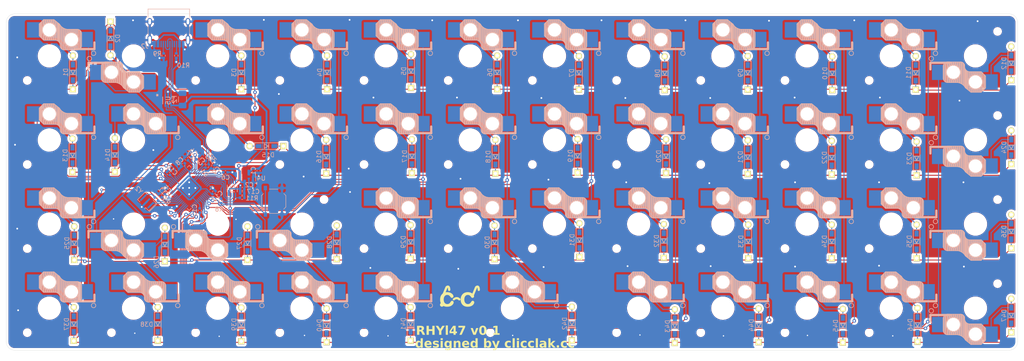
<source format=kicad_pcb>
(kicad_pcb (version 20241229) (generator "pcbnew") (generator_version "9.0")
  (title_block (title "RHYn-OC47") (date "2025-05-04"))
  (layers (0 "F.Cu" signal) (2 "B.Cu" signal) (13 "F.Paste" user) (15 "B.Paste" user) (5 "F.SilkS" user "F.Silkscreen") (7 "B.SilkS" user "B.Silkscreen") (1 "F.Mask" user) (3 "B.Mask" user) (25 "Edge.Cuts" user))
  (net 0 "")
  (net 1 "Row0")
  (net 2 "Net-(D1-A)")
  (net 3 "Net-(D2-A)")
  (net 4 "Net-(D3-A)")
  (net 5 "Net-(D4-A)")
  (net 6 "Net-(D5-A)")
  (net 7 "Net-(D6-A)")
  (net 8 "Net-(D7-A)")
  (net 9 "Net-(D8-A)")
  (net 10 "Net-(D9-A)")
  (net 11 "Net-(D10-A)")
  (net 12 "Net-(D11-A)")
  (net 13 "Net-(D12-A)")
  (net 14 "Net-(D13-A)")
  (net 15 "Row1")
  (net 16 "Net-(D14-A)")
  (net 17 "Net-(D15-A)")
  (net 18 "Net-(D16-A)")
  (net 19 "Net-(D17-A)")
  (net 20 "Net-(D18-A)")
  (net 21 "Net-(D19-A)")
  (net 22 "Net-(D20-A)")
  (net 23 "Net-(D21-A)")
  (net 24 "Net-(D22-A)")
  (net 25 "Net-(D23-A)")
  (net 26 "Net-(D24-A)")
  (net 27 "Net-(D25-A)")
  (net 28 "Row2")
  (net 29 "Net-(D26-A)")
  (net 30 "Net-(D27-A)")
  (net 31 "Net-(D28-A)")
  (net 32 "Net-(D29-A)")
  (net 33 "Net-(D30-A)")
  (net 34 "Net-(D31-A)")
  (net 35 "Net-(D32-A)")
  (net 36 "Net-(D33-A)")
  (net 37 "Net-(D34-A)")
  (net 38 "Net-(D35-A)")
  (net 39 "Net-(D36-A)")
  (net 40 "Net-(D37-A)")
  (net 41 "Row3")
  (net 42 "Net-(D38-A)")
  (net 43 "Net-(D39-A)")
  (net 44 "Net-(D40-A)")
  (net 45 "Net-(D41-A)")
  (net 46 "Net-(D42-A)")
  (net 47 "Net-(D43-A)")
  (net 48 "Net-(D44-A)")
  (net 49 "Net-(D45-A)")
  (net 50 "Net-(D46-A)")
  (net 51 "Net-(D47-A)")
  (net 52 "Col0")
  (net 53 "Col1")
  (net 54 "Col2")
  (net 55 "Col3")
  (net 56 "Col4")
  (net 57 "Col5")
  (net 58 "Col6")
  (net 59 "Col7")
  (net 60 "Col8")
  (net 61 "Col9")
  (net 62 "Col10")
  (net 63 "Col11")
  (net 64 "GND")
  (net 65 "+1V1")
  (net 66 "+3V3")
  (net 67 "+5V")
  (net 68 "Net-(R3-Pad1)")
  (net 70 "VBUS")
  (net 71 "D-")
  (net 72 "D+")
  (net 73 "Net-(U1-USB_DP)")
  (net 74 "Net-(U1-USB_DM)")
  (net 75 "Net-(U1-XOUT)")
  (net 76 "QSPI_SS")
  (net 77 "USB_BOOT")
  (net 80 "QSPI_SD0")
  (net 81 "QSPI_SCLK")
  (net 85 "QSPI_SD3")
  (net 86 "QSPI_SD2")
  (net 87 "Net-(U1-XIN)")
  (net 89 "QSPI_SD1")
  (net 92 "Net-(J2-CC1)")
  (net 94 "Net-(J2-CC2)")
  (net 101 "unconnected-(U1-GPIO18-Pad29)")
  (footprint "kbd_SW:Choc_v2_Hotswap_2u" (layer "F.Cu") (at 159.5438 111.9187 180)
    (property "Reference" "SW42" (hide yes))
    (property "Value" "SW_PUSH" (hide yes))
  )
  (footprint "kbd_Parts:Diode_TH_SMD" (layer "F.Cu") (at 117.4 77.6 90)
    (property "Reference" "D16")
    (property "Value" "D" (hide yes))
  )
  (footprint "kbd_Parts:Diode_TH_SMD" (layer "F.Cu") (at 231.8 77.8 90)
    (property "Reference" "D22")
    (property "Value" "D" (hide yes))
  )
  (footprint "kbd_SW:Choc_v2_Hotswap_1u" (layer "F.Cu") (at 169.0688 73.8187 180)
    (property "Reference" "SW19" (hide yes))
    (property "Value" "SW_PUSH" (hide yes))
  )
  (footprint "kbd_SW:Choc_v2_Hotswap_1u" (layer "F.Cu") (at 264.3188 54.7687)
    (property "Reference" "SW12" (hide yes))
    (property "Value" "SW_PUSH" (hide yes))
  )
  (footprint "kbd_SW:Choc_v2_Hotswap_1u" (layer "F.Cu") (at 111.9188 92.8687)
    (property "Reference" "SW28" (hide yes))
    (property "Value" "SW_PUSH" (hide yes))
  )
  (footprint "kbd_Parts:Diode_TH_SMD" (layer "F.Cu") (at 99.6 97.2 90)
    (property "Reference" "D27")
    (property "Value" "D" (hide yes))
  )
  (footprint "kbd_Parts:Diode_TH_SMD" (layer "F.Cu") (at 251.2 115.7 90)
    (property "Reference" "D46")
    (property "Value" "D" (hide yes))
  )
  (footprint "kbd_Parts:Diode_TH_SMD" (layer "F.Cu") (at 69.6 77.2 90)
    (property "Reference" "D14")
    (property "Value" "D" (hide yes))
  )
  (footprint "kbd_SW:Choc_v2_Hotswap_1u" (layer "F.Cu") (at 54.7688 73.8187 180)
    (property "Reference" "SW13" (hide yes))
    (property "Value" "SW_PUSH" (hide yes))
  )
  (footprint "kbd_SW:Choc_v2_Hotswap_1u" (layer "F.Cu") (at 111.9188 111.9187 180)
    (property "Reference" "SW40" (hide yes))
    (property "Value" "SW_PUSH" (hide yes))
  )
  (footprint "kbd_Parts:Diode_TH_SMD" (layer "F.Cu") (at 231.8 96.8 90)
    (property "Reference" "D34")
    (property "Value" "D" (hide yes))
  )
  (footprint "kbd_Parts:Diode_TH_SMD" (layer "F.Cu") (at 60.1 58.5 90)
    (property "Reference" "D1")
    (property "Value" "D" (hide yes))
  )
  (footprint "kbd_Parts:Diode_TH_SMD" (layer "F.Cu") (at 60.4 97.2 90)
    (property "Reference" "D25")
    (property "Value" "D" (hide yes))
  )
  (footprint "kbd_Parts:Diode_TH_SMD" (layer "F.Cu") (at 174.6 58.6 90)
    (property "Reference" "D7")
    (property "Value" "D" (hide yes))
  )
  (footprint "kbd_Parts:Diode_TH_SMD" (layer "F.Cu") (at 272.415 94.5356 90)
    (property "Reference" "D36")
    (property "Value" "D" (hide yes))
  )
  (footprint "kbd_SW:Choc_v2_Hotswap_1u" (layer "F.Cu") (at 73.8188 73.8187 180)
    (property "Reference" "SW14" (hide yes))
    (property "Value" "SW_PUSH" (hide yes))
  )
  (footprint "kbd_Parts:Diode_TH_SMD" (layer "F.Cu") (at 231.9 58.7 90)
    (property "Reference" "D10")
    (property "Value" "D" (hide yes))
  )
  (footprint "kbd_SW:Choc_v2_Hotswap_1u" (layer "F.Cu") (at 207.1688 73.8187 180)
    (property "Reference" "SW21" (hide yes))
    (property "Value" "SW_PUSH" (hide yes))
  )
  (footprint "kbd_SW:Choc_v2_Hotswap_1u" (layer "F.Cu") (at 169.0688 54.7687 180)
    (property "Reference" "SW7" (hide yes))
    (property "Value" "SW_PUSH" (hide yes))
  )
  (footprint "kbd_Parts:Diode_TH_SMD" (layer "F.Cu") (at 193.8 96.7 90)
    (property "Reference" "D32")
    (property "Value" "D" (hide yes))
  )
  (footprint "kbd_Parts:Diode_TH_SMD" (layer "F.Cu") (at 194 58.7 90)
    (property "Reference" "D8")
    (property "Value" "D" (hide yes))
  )
  (footprint "kbd_SW:Choc_v2_Hotswap_1u" (layer "F.Cu") (at 130.9688 111.9187 180)
    (property "Reference" "SW41" (hide yes))
    (property "Value" "SW_PUSH" (hide yes))
  )
  (footprint "rhyn-ow:clikclak_icon_1cm" (layer "F.Cu") (at 147.5 109)
    (property "Reference" "G***" (hide yes))
    (property "Value" "LOGO" (hide yes))
  )
  (footprint "kbd_SW:Choc_v2_Hotswap_1u" (layer "F.Cu") (at 188.1188 92.8687 180)
    (property "Reference" "SW32" (hide yes))
    (property "Value" "SW_PUSH" (hide yes))
  )
  (footprint "kbd_Parts:Diode_TH_SMD" (layer "F.Cu") (at 212.8 77.7 90)
    (property "Reference" "D21")
    (property "Value" "D" (hide yes))
  )
  (footprint "kbd_SW:Choc_v2_Hotswap_1u" (layer "F.Cu") (at 226.2188 54.7687 180)
    (property "Reference" "SW10" (hide yes))
    (property "Value" "SW_PUSH" (hide yes))
  )
  (footprint "kbd_SW:Choc_v2_Hotswap_1u" (layer "F.Cu") (at 264.3188 111.9187)
    (property "Reference" "SW47" (hide yes))
    (property "Value" "SW_PUSH" (hide yes))
  )
  (footprint "kbd_SW:Choc_v2_Hotswap_1u" (layer "F.Cu") (at 150.0188 92.8687 180)
    (property "Reference" "SW30" (hide yes))
    (property "Value" "SW_PUSH" (hide yes))
  )
  (footprint "kbd_SW:Choc_v2_Hotswap_1u" (layer "F.Cu") (at 92.8688 111.9187 180)
    (property "Reference" "SW39" (hide yes))
    (property "Value" "SW_PUSH" (hide yes))
  )
  (footprint "kbd_Parts:Diode_TH_SMD" (layer "F.Cu") (at 98.2 115.6 90)
    (property "Reference" "D39")
    (property "Value" "D" (hide yes))
  )
  (footprint "kbd_SW:Choc_v2_Hotswap_1u" (layer "F.Cu") (at 54.7688 54.7687 180)
    (property "Reference" "SW1" (hide yes))
    (property "Value" "SW_PUSH" (hide yes))
  )
  (footprint "kbd_Parts:Diode_TH_SMD" (layer "F.Cu") (at 68.6 50.8 -90)
    (property "Reference" "D2")
    (property "Value" "D" (hide yes))
  )
  (footprint "kbd_SW:Choc_v2_Hotswap_1u" (layer "F.Cu") (at 188.1188 54.7687 180)
    (property "Reference" "SW8" (hide yes))
    (property "Value" "SW_PUSH" (hide yes))
  )
  (footprint "kbd_Parts:Diode_TH_SMD" (layer "F.Cu") (at 117.6 58.5 90)
    (property "Reference" "D4")
    (property "Value" "D" (hide yes))
  )
  (footprint "kbd_SW:Choc_v2_Hotswap_1u" (layer "F.Cu") (at 264.3188 73.8187)
    (property "Reference" "SW24" (hide yes))
    (property "Value" "SW_PUSH" (hide yes))
  )
  (footprint "kbd_SW:Choc_v2_Hotswap_1u" (layer "F.Cu") (at 54.7688 92.8687 180)
    (property "Reference" "SW25" (hide yes))
    (property "Value" "SW_PUSH" (hide yes))
  )
  (footprint "kbd_Parts:Diode_TH_SMD" (layer "F.Cu") (at 251 96.8 90)
    (property "Reference" "D35")
    (property "Value" "D" (hide yes))
  )
  (footprint "kbd_Parts:Diode_TH_SMD" (layer "F.Cu") (at 60.3 115.525 90)
    (property "Reference" "D37")
    (property "Value" "D" (hide yes))
  )
  (footprint "kbd_Parts:Diode_TH_SMD" (layer "F.Cu") (at 80.9 97.5 90)
    (property "Reference" "D26")
    (property "Value" "D" (hide yes))
  )
  (footprint "kbd_Parts:Diode_TH_SMD" (layer "F.Cu") (at 194.3 77.5 90)
    (property "Reference" "D20")
    (property "Value" "D" (hide yes))
  )
  (footprint "kbd_Parts:Diode_TH_SMD" (layer "F.Cu") (at 136.6 58.2 90)
    (property "Reference" "D5")
    (property "Value" "D" (hide yes))
  )
  (footprint "kbd_Parts:Diode_TH_SMD" (layer "F.Cu") (at 117.5 115.8 90)
    (property "Reference" "D40")
    (property "Value" "D" (hide yes))
  )
  (footprint "kbd_Parts:Diode_TH_SMD" (layer "F.Cu") (at 136.5 115.5 90)
    (property "Reference" "D41")
    (property "Value" "D" (hide yes))
  )
  (footprint "kbd_Parts:Diode_TH_SMD" (layer "F.Cu") (at 136.5 96.9 90)
    (property "Reference" "D29")
    (property "Value" "D" (hide yes))
  )
  (footprint "kbd_Parts:Diode_TH_SMD" (layer "F.Cu") (at 272.415 56.4356 90)
    (property "Reference" "D12")
    (property "Value" "D" (hide yes))
  )
  (footprint "kbd_Parts:Diode_TH_SMD" (layer "F.Cu") (at 173 115.4 90)
    (property "Reference" "D42")
    (property "Value" "D" (hide yes))
  )
  (footprint "kbd_SW:Choc_v2_Hotswap_1u" (layer "F.Cu") (at 245.2688 111.9187 180)
    (property "Reference" "SW46" (hide yes))
    (property "Value" "SW_PUSH" (hide yes))
  )
  (footprint "kbd_SW:Choc_v2_Hotswap_1u" (layer "F.Cu") (at 130.9688 73.8187 180)
    (property "Reference" "SW17" (hide yes))
    (property "Value" "SW_PUSH" (hide yes))
  )
  (footprint "kbd_Parts:Diode_TH_SMD" (layer "F.Cu") (at 174.7 96.5 90)
    (property "Reference" "D31")
    (property "Value" "D" (hide yes))
  )
  (footprint "kbd_SW:Choc_v2_Hotswap_1u" (layer "F.Cu") (at 150.0188 73.8187 180)
    (property "Reference" "SW18" (hide yes))
    (property "Value" "SW_PUSH" (hide yes))
  )
  (footprint "kbd_Parts:Diode_TH_SMD" (layer "F.Cu") (at 79.3 115.5 90)
    (property "Reference" "D38")
    (property "Value" "D" (hide yes))
  )
  (footprint "kbd_Parts:Diode_TH_SMD" (layer "F.Cu") (at 119.8 97 90)
    (property "Reference" "D28")
    (property "Value" "D" (hide yes))
  )
  (footprint "kbd_SW:Choc_v2_Hotswap_1u" (layer "F.Cu") (at 92.8688 73.8187 180)
    (property "Reference" "SW15" (hide yes))
    (property "Value" "SW_PUSH" (hide yes))
  )
  (footprint "kbd_SW:Choc_v2_Hotswap_1u" (layer "F.Cu") (at 111.9188 54.7687 180)
    (property "Reference" "SW4" (hide yes))
    (property "Value" "SW_PUSH" (hide yes))
  )
  (footprint "kbd_SW:Choc_v2_Hotswap_1u" (layer "F.Cu") (at 207.1688 92.8687 180)
    (property "Reference" "SW33" (hide yes))
    (property "Value" "SW_PUSH" (hide yes))
  )
  (footprint "kbd_Parts:Diode_TH_SMD" (layer "F.Cu") (at 156.1 58.5 90)
    (property "Reference" "D6")
    (property "Value" "D" (hide yes))
  )
  (footprint "kbd_SW:Choc_v2_Hotswap_1u" (layer "F.Cu") (at 226.2188 111.9187 180)
    (property "Reference" "SW45" (hide yes))
    (property "Value" "SW_PUSH" (hide yes))
  )
  (footprint "kbd_SW:Choc_v2_Hotswap_1u" (layer "F.Cu") (at 226.2188 73.8187 180)
    (property "Reference" "SW22" (hide yes))
    (property "Value" "SW_PUSH" (hide yes))
  )
  (footprint "kbd_SW:Choc_v2_Hotswap_1u" (layer "F.Cu") (at 207.1688 54.7687 180)
    (property "Reference" "SW9" (hide yes))
    (property "Value" "SW_PUSH" (hide yes))
  )
  (footprint "kbd_SW:Choc_v2_Hotswap_1u" (layer "F.Cu") (at 54.7688 111.9187 180)
    (property "Reference" "SW37" (hide yes))
    (property "Value" "SW_PUSH" (hide yes))
  )
  (footprint "kbd_Parts:Diode_TH_SMD" (layer "F.Cu") (at 272.415 113.5856 90)
    (property "Reference" "D47")
    (property "Value" "D" (hide yes))
  )
  (footprint "kbd_SW:Choc_v2_Hotswap_1u" (layer "F.Cu") (at 73.8188 54.7687)
    (property "Reference" "SW2" (hide yes))
    (property "Value" "SW_PUSH" (hide yes))
  )
  (footprint "kbd_Parts:Diode_TH_SMD" (layer "F.Cu") (at 98.2 58.5 90)
    (property "Reference" "D3")
    (property "Value" "D" (hide yes))
  )
  (footprint "kbd_Parts:Diode_TH_SMD" (layer "F.Cu") (at 103.9 75.2 180)
    (property "Reference" "D15")
    (property "Value" "D" (hide yes))
  )
  (footprint "kbd_SW:Choc_v2_Hotswap_1u" (layer "F.Cu") (at 111.9188 73.8187 180)
    (property "Reference" "SW16" (hide yes))
    (property "Value" "SW_PUSH" (hide yes))
  )
  (footprint "kbd_Parts:Diode_TH_SMD" (layer "F.Cu") (at 251 78 90)
    (property "Reference" "D23")
    (property "Value" "D" (hide yes))
  )
  (footprint "kbd_SW:Choc_v2_Hotswap_1u" (layer "F.Cu") (at 92.8688 92.8687)
    (property "Reference" "SW27" (hide yes))
    (property "Value" "SW_PUSH" (hide yes))
  )
  (footprint "kbd_SW:Choc_v2_Hotswap_1u" (layer "F.Cu") (at 245.2688 73.8187 180)
    (property "Reference" "SW23" (hide yes))
    (property "Value" "SW_PUSH" (hide yes))
  )
  (footprint "kbd_SW:Choc_v2_Hotswap_1u" (layer "F.Cu") (at 226.2188 92.8687 180)
    (property "Reference" "SW34" (hide yes))
    (property "Value" "SW_PUSH" (hide yes))
  )
  (footprint "kbd_SW:Choc_v2_Hotswap_1u" (layer "F.Cu") (at 264.3188 92.8687)
    (property "Reference" "SW36" (hide yes))
    (property "Value" "SW_PUSH" (hide yes))
  )
  (footprint "kbd_Parts:Diode_TH_SMD" (layer "F.Cu") (at 212.8 58.6 90)
    (property "Reference" "D9")
    (property "Value" "D" (hide yes))
  )
  (footprint "kbd_SW:Choc_v2_Hotswap_1u" (layer "F.Cu") (at 73.8188 92.8687)
    (property "Reference" "SW26" (hide yes))
    (property "Value" "SW_PUSH" (hide yes))
  )
  (footprint "kbd_SW:Choc_v2_Hotswap_1u" (layer "F.Cu") (at 188.1188 73.8187 180)
    (property "Reference" "SW20" (hide yes))
    (property "Value" "SW_PUSH" (hide yes))
  )
  (footprint "kbd_Parts:Diode_TH_SMD" (layer "F.Cu") (at 174.3 77.4 90)
    (property "Reference" "D19")
    (property "Value" "D" (hide yes))
  )
  (footprint "kbd_SW:Choc_v2_Hotswap_1u" (layer "F.Cu") (at 73.8188 111.9187 180)
    (property "Reference" "SW38" (hide yes))
    (property "Value" "SW_PUSH" (hide yes))
  )
  (footprint "kbd_SW:Choc_v2_Hotswap_1u" (layer "F.Cu") (at 150.0188 54.7687 180)
    (property "Reference" "SW6" (hide yes))
    (property "Value" "SW_PUSH" (hide yes))
  )
  (footprint "kbd_SW:Choc_v2_Hotswap_1u" (layer "F.Cu") (at 130.9688 54.7687 180)
    (property "Reference" "SW5" (hide yes))
    (property "Value" "SW_PUSH" (hide yes))
  )
  (footprint "kbd_Parts:Diode_TH_SMD" (layer "F.Cu") (at 234.315 115.9 90)
    (property "Reference" "D45")
    (property "Value" "D" (hide yes))
  )
  (footprint "kbd_SW:Choc_v2_Hotswap_1u" (layer "F.Cu") (at 245.2688 54.7687 180)
    (property "Reference" "SW11" (hide yes))
    (property "Value" "SW_PUSH" (hide yes))
  )
  (footprint "kbd_SW:Choc_v2_Hotswap_1u" (layer "F.Cu") (at 169.0688 92.8687 180)
    (property "Reference" "SW31" (hide yes))
    (property "Value" "SW_PUSH" (hide yes))
  )
  (footprint "kbd_SW:Choc_v2_Hotswap_1u" (layer "F.Cu") (at 188.1188 111.9187 180)
    (property "Reference" "SW43" (hide yes))
    (property "Value" "SW_PUSH" (hide yes))
  )
  (footprint "kbd_SW:Choc_v2_Hotswap_1u" (layer "F.Cu") (at 130.9688 92.8687 180)
    (property "Reference" "SW29" (hide yes))
    (property "Value" "SW_PUSH" (hide yes))
  )
  (footprint "kbd_Parts:Diode_TH_SMD" (layer "F.Cu") (at 60 77.3 90)
    (property "Reference" "D13")
    (property "Value" "D" (hide yes))
  )
  (footprint "kbd_SW:Choc_v2_Hotswap_1u" (layer "F.Cu") (at 92.8688 54.7687 180)
    (property "Reference" "SW3" (hide yes))
    (property "Value" "SW_PUSH" (hide yes))
  )
  (footprint "kbd_Parts:Diode_TH_SMD" (layer "F.Cu") (at 136.8 77.5 90)
    (property "Reference" "D17")
    (property "Value" "D" (hide yes))
  )
  (footprint "kbd_Parts:Diode_TH_SMD" (layer "F.Cu") (at 212.9 96.8 90)
    (property "Reference" "D33")
    (property "Value" "D" (hide yes))
  )
  (footprint "kbd_Parts:Diode_TH_SMD" (layer "F.Cu") (at 272.415 75.4856 90)
    (property "Reference" "D24")
    (property "Value" "D" (hide yes))
  )
  (footprint "kbd_Parts:Diode_TH_SMD" (layer "F.Cu") (at 196.29 116 90)
    (property "Reference" "D43")
    (property "Value" "D" (hide yes))
  )
  (footprint "kbd_SW:Choc_v2_Hotswap_1u" (layer "F.Cu") (at 207.1688 111.9187 180)
    (property "Reference" "SW44" (hide yes))
    (property "Value" "SW_PUSH" (hide yes))
  )
  (footprint "kbd_Parts:Diode_TH_SMD" (layer "F.Cu") (at 155.7 77.6 90)
    (property "Reference" "D18")
    (property "Value" "D" (hide yes))
  )
  (footprint "kbd_SW:Choc_v2_Hotswap_1u" (layer "F.Cu") (at 245.2688 92.8687 180)
    (property "Reference" "SW35" (hide yes))
    (property "Value" "SW_PUSH" (hide yes))
  )
  (footprint "kbd_Parts:Diode_TH_SMD" (layer "F.Cu") (at 155.5 97 90)
    (property "Reference" "D30")
    (property "Value" "D" (hide yes))
  )
  (footprint "kbd_Parts:Diode_TH_SMD" (layer "F.Cu") (at 215.265 115.8 90)
    (property "Reference" "D44")
    (property "Value" "D" (hide yes))
  )
  (footprint "kbd_Parts:Diode_TH_SMD" (layer "F.Cu") (at 250.8 58.6 90)
    (property "Reference" "D11")
    (property "Value" "D" (hide yes))
  )
  (footprint "Capacitor_SMD:C_0402_1005Metric" (layer "B.Cu") (at 88.360589 77.839411 45)
    (property "Reference" "C3")
    (property "Value" "2.2uF")
  )
  (footprint "Capacitor_SMD:C_0402_1005Metric" (layer "B.Cu") (at 92 85.71 45)
    (property "Reference" "C13")
    (property "Value" "100n")
  )
  (footprint "Resistor_SMD:R_0402_1005Metric" (layer "B.Cu") (at 93.6 87.61 -90)
    (property "Reference" "R8")
    (property "Value" "1KΩ")
  )
  (footprint "Capacitor_SMD:C_0402_1005Metric" (layer "B.Cu") (at 86.539411 77.339411 135)
    (property "Reference" "C4")
    (property "Value" "2.2uF")
  )
  (footprint "Capacitor_SMD:C_0402_1005Metric" (layer "B.Cu") (at 88.8 89.78 -90)
    (property "Reference" "C12")
    (property "Value" "100n")
  )
  (footprint "Button_Switch_SMD:SW_Push_1P1T_XKB_TS-1187A" (layer "B.Cu") (at 105.525 87.7 -90)
    (property "Reference" "SW48" (hide yes))
    (property "Value" "boot")
  )
  (footprint "Capacitor_SMD:C_0402_1005Metric" (layer "B.Cu") (at 94.63 81.14)
    (property "Reference" "C6")
    (property "Value" "100n")
  )
  (footprint "Package_DFN_QFN:QFN-56-1EP_7x7mm_P0.4mm_EP3.2x3.2mm" (layer "B.Cu") (at 86.407798 84.669157 135)
    (property "Reference" "U1")
    (property "Value" "RP2040")
  )
  (footprint "Resistor_SMD:R_0402_1005Metric" (layer "B.Cu") (at 83.486875 54.701875 90)
    (property "Reference" "R10")
    (property "Value" "5.1k")
  )
  (footprint "Capacitor_SMD:C_0402_1005Metric" (layer "B.Cu") (at 98.42 84.9 180)
    (property "Reference" "C2")
    (property "Value" "10uF")
  )
  (footprint "Connector_USB:USB_C_Receptacle_HRO_TYPE-C-31-M-12" (layer "B.Cu") (at 81.8 48.045)
    (property "Reference" "J2")
    (property "Value" "USB_C_Receptacle_USB2.0_16P")
  )
  (footprint "Fuse:Fuse_1206_3216Metric" (layer "B.Cu") (at 84.9 64.605001 -90)
    (property "Reference" "F2")
    (property "Value" "fuse")
  )
  (footprint "Package_TO_SOT_SMD:SOT-23-3" (layer "B.Cu") (at 99.9 82.3375 90)
    (property "Reference" "U4")
    (property "Value" "XC6206P332MR")
  )
  (footprint "Capacitor_SMD:C_0402_1005Metric" (layer "B.Cu") (at 91.73 79.9 45)
    (property "Reference" "C9")
    (property "Value" "100n")
  )
  (footprint "Capacitor_SMD:C_0402_1005Metric" (layer "B.Cu") (at 85.060589 79.439411 -135)
    (property "Reference" "C8")
    (property "Value" "100n")
  )
  (footprint "Resistor_SMD:R_0402_1005Metric" (layer "B.Cu") (at 90.47 79.72 -135)
    (property "Reference" "R1")
    (property "Value" "27")
  )
  (footprint "Resistor_SMD:R_0402_1005Metric" (layer "B.Cu") (at 80.629375 54.701875 90)
    (property "Reference" "R9")
    (property "Value" "5.1k")
  )
  (footprint "Resistor_SMD:R_0402_1005Metric" (layer "B.Cu") (at 89.73 78.97 -135)
    (property "Reference" "R2")
    (property "Value" "27")
  )
  (footprint "Capacitor_SMD:C_0402_1005Metric" (layer "B.Cu") (at 81.7 81.4 135)
    (property "Reference" "C10")
    (property "Value" "100n")
  )
  (footprint "Crystal:Resonator_SMD_Murata_CSTxExxV-3Pin_3.0x1.1mm" (layer "B.Cu") (at 76.851472 87.751472 135)
    (property "Reference" "Y2")
    (property "Value" "12MHz")
  )
  (footprint "yk:W25Q16JVUXIQ_WIN" (layer "B.Cu") (at 96.149999 84.795999 90)
    (property "Reference" "U2")
    (property "Value" "W25Q16JVUXIQ")
  )
  (footprint "Resistor_SMD:R_0402_1005Metric" (layer "B.Cu") (at 79 87.2 -45)
    (property "Reference" "R3")
    (property "Value" "1k")
  )
  (footprint "Capacitor_SMD:C_0402_1005Metric" (layer "B.Cu") (at 85.789411 78.059411 135)
    (property "Reference" "C7")
    (property "Value" "100n")
  )
  (footprint "Capacitor_SMD:C_0402_1005Metric" (layer "B.Cu") (at 102.1 80.78 -90)
    (property "Reference" "C1")
    (property "Value" "10uF")
  )
  (footprint "Resistor_SMD:R_0402_1005Metric" (layer "B.Cu") (at 98.39 86.9)
    (property "Reference" "R11")
    (property "Value" "10kΩ")
  )
  (footprint "Capacitor_SMD:C_0402_1005Metric" (layer "B.Cu") (at 79.839411 86.439411 135)
    (property "Reference" "C11")
    (property "Value" "100n")
  )
  (footprint "yk2:SOT-363-6_2P2X1P35_ONS" (layer "B.Cu") (at 81.650001 64.8575 -90)
    (property "Reference" "U5")
    (property "Value" "SMF05CT1G")
  )
  (footprint "Capacitor_SMD:C_0402_1005Metric" (layer "B.Cu") (at 80.560589 85.760589 135)
    (property "Reference" "C5")
    (property "Value" "100n")
  )
  (footprint "Capacitor_SMD:C_0402_1005Metric" (layer "B.Cu") (at 98.4 85.9 180)
    (property "Reference" "C17")
    (property "Value" "100nF")
  )
  (gr_arc (start 273.843751 119.538751) (mid 273.285789 120.885789) (end 271.938751 121.443751) (stroke (width 0.05)) (layer "Edge.Cuts"))
  (gr_line (start 46.910624 121.443751) (end 271.938751 121.44375) (stroke (width 0.05)) (layer "Edge.Cuts"))
  (gr_line (start 45.005625 47.14875) (end 45.005625 119.53875) (stroke (width 0.05)) (layer "Edge.Cuts"))
  (gr_arc (start 271.93875 45.24375) (mid 273.285788 45.801712) (end 273.84375 47.14875) (stroke (width 0.05)) (layer "Edge.Cuts"))
  (gr_line (start 271.93875 45.24375) (end 46.920359 45.24375) (stroke (width 0.05)) (layer "Edge.Cuts"))
  (gr_arc (start 45.005625 47.14875) (mid 45.563587 45.801712) (end 46.910625 45.24375) (stroke (width 0.05)) (layer "Edge.Cuts"))
  (gr_arc (start 46.910624 121.443751) (mid 45.563586 120.885789) (end 45.005624 119.538751) (stroke (width 0.05)) (layer "Edge.Cuts"))
  (gr_line (start 273.843751 119.538751) (end 273.84375 47.14875) (stroke (width 0.05)) (layer "Edge.Cuts"))
  (gr_text "RHYl47 v0.1" (at 137.7 118.3 0) (layer "F.SilkS") (effects (font (size 2 2) (thickness 0.3) (bold yes)) (justify left bottom)))
  (gr_text "designed by clicclak.cc" (at 137.5 121.2 0) (layer "F.SilkS") (effects (font (size 2 2) (thickness 0.3) (bold yes)) (justify left bottom)))
  (segment (start 63.2 59.21) (end 60.1 62.31) (width 0.2) (layer "F.Cu") (net 1))
  (segment (start 250.9097 62.5197) (end 250.8 62.41) (width 0.2) (layer "F.Cu") (net 1))
  (segment (start 57.759791 62.31) (end 60.1 62.31) (width 0.2) (layer "F.Cu") (net 1))
  (segment (start 70.6 57) (end 70.6 48.99) (width 0.2) (layer "F.Cu") (net 1))
  (segment (start 70.4495 82.0595) (end 59.119098 82.0595) (width 0.2) (layer "F.Cu") (net 1))
  (segment (start 250.7 62.31) (end 250.8 62.41) (width 0.2) (layer "F.Cu") (net 1))
  (segment (start 70.6 48.99) (end 68.6 46.99) (width 0.2) (layer "F.Cu") (net 1))
  (segment (start 66.4 54.9) (end 63.2 58.1) (width 0.2) (layer "F.Cu") (net 1))
  (segment (start 52.0178 68.051991) (end 57.759791 62.31) (width 0.2) (layer "F.Cu") (net 1))
  (segment (start 98.2 62.31) (end 83.21 62.31) (width 0.2) (layer "F.Cu") (net 1))
  (segment (start 272.415 60.2456) (end 270.1409 62.5197) (width 0.2) (layer "F.Cu") (net 1))
  (segment (start 270.1409 62.5197) (end 250.9097 62.5197) (width 0.2) (layer "F.Cu") (net 1))
  (segment (start 98.2 62.31) (end 250.7 62.31) (width 0.2) (layer "F.Cu") (net 1))
  (segment (start 68.6 46.99) (end 66.4 49.19) (width 0.2) (layer "F.Cu") (net 1))
  (segment (start 66.4 49.19) (end 66.4 54.9) (width 0.2) (layer "F.Cu") (net 1))
  (segment (start 78.9 58) (end 71.6 58) (width 0.2) (layer "F.Cu") (net 1))
  (segment (start 80.12 80.47) (end 72.039 80.47) (width 0.2) (layer "F.Cu") (net 1))
  (segment (start 52.0178 74.958202) (end 52.0178 68.051991) (width 0.2) (layer "F.Cu") (net 1))
  (segment (start 71.6 58) (end 70.6 57) (width 0.2) (layer "F.Cu") (net 1))
  (segment (start 59.119098 82.0595) (end 52.0178 74.958202) (width 0.2) (layer "F.Cu") (net 1))
  (segment (start 63.2 58.1) (end 63.2 59.21) (width 0.2) (layer "F.Cu") (net 1))
  (segment (start 72.039 80.47) (end 70.4495 82.0595) (width 0.2) (layer "F.Cu") (net 1))
  (segment (start 83.21 62.31) (end 78.9 58) (width 0.2) (layer "F.Cu") (net 1))
  (via (at 80.12 80.47) (size 0.8) (drill 0.4) (layers "F.Cu" "B.Cu") (net 1))
  (segment (start 80.12 80.85) (end 81.74 82.47) (width 0.2) (layer "B.Cu") (net 1))
  (segment (start 212.8 60.375) (end 212.8 62.41) (width 0.2) (layer "B.Cu") (net 1))
  (segment (start 68.6 46.99) (end 68.6 49.025) (width 0.2) (layer "B.Cu") (net 1))
  (segment (start 231.9 60.475) (end 231.9 62.51) (width 0.2) (layer "B.Cu") (net 1))
  (segment (start 80.12 80.47) (end 80.12 80.85) (width 0.2) (layer "B.Cu") (net 1))
  (segment (start 60.1 60.275) (end 60.1 62.31) (width 0.2) (layer "B.Cu") (net 1))
  (segment (start 156.1 60.275) (end 156.1 62.31) (width 0.2) (layer "B.Cu") (net 1))
  (segment (start 194 60.475) (end 194 62.51) (width 0.2) (layer "B.Cu") (net 1))
  (segment (start 250.8 60.375) (end 250.8 62.41) (width 0.2) (layer "B.Cu") (net 1))
  (segment (start 272.415 58.2106) (end 272.415 60.2456) (width 0.2) (layer "B.Cu") (net 1))
  (segment (start 136.6 59.975) (end 136.6 62.01) (width 0.2) (layer "B.Cu") (net 1))
  (segment (start 117.6 60.275) (end 117.6 62.31) (width 0.2) (layer "B.Cu") (net 1))
  (segment (start 98.2 60.275) (end 98.2 62.31) (width 0.2) (layer "B.Cu") (net 1))
  (segment (start 81.74 82.47) (end 82.228742 82.47) (width 0.2) (layer "B.Cu") (net 1))
  (segment (start 174.6 60.375) (end 174.6 62.41) (width 0.2) (layer "B.Cu") (net 1))
  (segment (start 82.228742 82.47) (end 82.987169 83.228427) (width 0.2) (layer "B.Cu") (net 1))
  (segment (start 53.6501 51.3) (end 51.2188 48.8687) (width 0.2) (layer "B.Cu") (net 2))
  (segment (start 60.1 54.69) (end 60.1 56.725) (width 0.2) (layer "B.Cu") (net 2))
  (segment (start 60.1 54.69) (end 56.71 51.3) (width 0.2) (layer "B.Cu") (net 2))
  (segment (start 56.71 51.3) (end 53.6501 51.3) (width 0.2) (layer "B.Cu") (net 2))
  (segment (start 77.3688 60.6687) (end 75.5178 58.8177) (width 0.2) (layer "B.Cu") (net 3))
  (segment (start 72.8077 58.8177) (end 68.6 54.61) (width 0.2) (layer "B.Cu") (net 3))
  (segment (start 68.6 52.575) (end 68.6 54.61) (width 0.2) (layer "B.Cu") (net 3))
  (segment (start 75.5178 58.8177) (end 72.8077 58.8177) (width 0.2) (layer "B.Cu") (net 3))
  (segment (start 98.2 54.69) (end 98.2 56.725) (width 0.2) (layer "B.Cu") (net 4))
  (segment (start 89.3188 48.8687) (end 91.8501 51.4) (width 0.2) (layer "B.Cu") (net 4))
  (segment (start 91.8501 51.4) (end 94.91 51.4) (width 0.2) (layer "B.Cu") (net 4))
  (segment (start 94.91 51.4) (end 98.2 54.69) (width 0.2) (layer "B.Cu") (net 4))
  (segment (start 117.6 54.69) (end 117.6 56.725) (width 0.2) (layer "B.Cu") (net 5))
  (segment (start 110.9001 51.4) (end 114.31 51.4) (width 0.2) (layer "B.Cu") (net 5))
  (segment (start 108.3688 48.8687) (end 110.9001 51.4) (width 0.2) (layer "B.Cu") (net 5))
  (segment (start 114.31 51.4) (end 117.6 54.69) (width 0.2) (layer "B.Cu") (net 5))
  (segment (start 129.7501 51.2) (end 132.493944 51.2) (width 0.2) (layer "B.Cu") (net 6))
  (segment (start 127.4188 48.8687) (end 129.7501 51.2) (width 0.2) (layer "B.Cu") (net 6))
  (segment (start 136.6 54.39) (end 136.6 56.425) (width 0.2) (layer "B.Cu") (net 6))
  (segment (start 135.683944 54.39) (end 136.6 54.39) (width 0.2) (layer "B.Cu") (net 6))
  (segment (start 132.493944 51.2) (end 135.683944 54.39) (width 0.2) (layer "B.Cu") (net 6))
  (segment (start 148.781009 51.180909) (end 151.603081 51.180909) (width 0.2) (layer "B.Cu") (net 7))
  (segment (start 156.1 54.69) (end 156.1 56.725) (width 0.2) (layer "B.Cu") (net 7))
  (segment (start 151.603081 51.180909) (end 155.112172 54.69) (width 0.2) (layer "B.Cu") (net 7))
  (segment (start 146.4688 48.8687) (end 148.781009 51.180909) (width 0.2) (layer "B.Cu") (net 7))
  (segment (start 155.112172 54.69) (end 156.1 54.69) (width 0.2) (layer "B.Cu") (net 7))
  (segment (start 167.9501 51.3) (end 171.11 51.3) (width 0.2) (layer "B.Cu") (net 8))
  (segment (start 165.5188 48.8687) (end 167.9501 51.3) (width 0.2) (layer "B.Cu") (net 8))
  (segment (start 171.11 51.3) (end 174.6 54.79) (width 0.2) (layer "B.Cu") (net 8))
  (segment (start 174.6 54.79) (end 174.6 56.825) (width 0.2) (layer "B.Cu") (net 8))
  (segment (start 190.41 51.3) (end 187.0001 51.3) (width 0.2) (layer "B.Cu") (net 9))
  (segment (start 187.0001 51.3) (end 184.5688 48.8687) (width 0.2) (layer "B.Cu") (net 9))
  (segment (start 194 54.89) (end 190.41 51.3) (width 0.2) (layer "B.Cu") (net 9))
  (segment (start 194 54.89) (end 194 56.925) (width 0.2) (layer "B.Cu") (net 9))
  (segment (start 212.8 54.79) (end 212.8 56.825) (width 0.2) (layer "B.Cu") (net 10))
  (segment (start 206.1501 51.4) (end 203.6188 48.8687) (width 0.2) (layer "B.Cu") (net 10))
  (segment (start 212.8 54.79) (end 209.41 51.4) (width 0.2) (layer "B.Cu") (net 10))
  (segment (start 209.41 51.4) (end 206.1501 51.4) (width 0.2) (layer "B.Cu") (net 10))
  (segment (start 231.9 54.89) (end 228.41 51.4) (width 0.2) (layer "B.Cu") (net 11))
  (segment (start 231.9 54.89) (end 231.9 56.925) (width 0.2) (layer "B.Cu") (net 11))
  (segment (start 225.2001 51.4) (end 222.6688 48.8687) (width 0.2) (layer "B.Cu") (net 11))
  (segment (start 228.41 51.4) (end 225.2001 51.4) (width 0.2) (layer "B.Cu") (net 11))
  (segment (start 244.1501 51.3) (end 241.7188 48.8687) (width 0.2) (layer "B.Cu") (net 12))
  (segment (start 247.31 51.3) (end 244.1501 51.3) (width 0.2) (layer "B.Cu") (net 12))
  (segment (start 250.8 56.825) (end 250.8 54.79) (width 0.2) (layer "B.Cu") (net 12))
  (segment (start 250.8 54.79) (end 247.31 51.3) (width 0.2) (layer "B.Cu") (net 12))
  (segment (start 267.8688 60.6687) (end 267.8688 56.9312) (width 0.2) (layer "B.Cu") (net 13))
  (segment (start 270.2606 54.6606) (end 272.415 54.6606) (width 0.2) (layer "B.Cu") (net 13))
  (segment (start 272.415 52.6256) (end 272.415 54.6606) (width 0.2) (layer "B.Cu") (net 13))
  (segment (start 267.8688 56.9312) (end 270.2 54.6) (width 0.2) (layer "B.Cu") (net 13))
  (segment (start 270.2 54.6) (end 270.2606 54.6606) (width 0.2) (layer "B.Cu") (net 13))
  (segment (start 53.6001 70.3) (end 51.2188 67.9187) (width 0.2) (layer "B.Cu") (net 14))
  (segment (start 60 73.49) (end 60 75.525) (width 0.2) (layer "B.Cu") (net 14))
  (segment (start 60 73.49) (end 56.81 70.3) (width 0.2) (layer "B.Cu") (net 14))
  (segment (start 56.81 70.3) (end 53.6001 70.3) (width 0.2) (layer "B.Cu") (net 14))
  (segment (start 103.981 78.929) (end 107.71 75.2) (width 0.2) (layer "F.Cu") (net 15))
  (segment (start 60 81.11) (end 69.5 81.11) (width 0.2) (layer "F.Cu") (net 15))
  (segment (start 92.729 78.929) (end 103.981 78.929) (width 0.2) (layer "F.Cu") (net 15))
  (segment (start 269.9006 81.81) (end 272.415 79.2956) (width 0.2) (layer "F.Cu") (net 15))
  (segment (start 69.5 81.11) (end 69.6 81.01) (width 0.2) (layer "F.Cu") (net 15))
  (segment (start 114.32 81.81) (end 251 81.81) (width 0.2) (layer "F.Cu") (net 15))
  (segment (start 85.251 75.589) (end 89.389 75.589) (width 0.2) (layer "F.Cu") (net 15))
  (segment (start 70.97 79.64) (end 81.2 79.64) (width 0.2) (layer "F.Cu") (net 15))
  (segment (start 107.71 75.2) (end 114.32 81.81) (width 0.2) (layer "F.Cu") (net 15))
  (segment (start 81.2 79.64) (end 85.251 75.589) (width 0.2) (layer "F.Cu") (net 15))
  (segment (start 69.6 81.01) (end 70.97 79.64) (width 0.2) (layer "F.Cu") (net 15))
  (segment (start 251 81.81) (end 269.9006 81.81) (width 0.2) (layer "F.Cu") (net 15))
  (segment (start 89.389 75.589) (end 92.729 78.929) (width 0.2) (layer "F.Cu") (net 15))
  (via (at 81.2 79.64) (size 0.8) (drill 0.4) (layers "F.Cu" "B.Cu") (net 15))
  (segment (start 81.2 79.64) (end 82.37 79.64) (width 0.2) (layer "B.Cu") (net 15))
  (segment (start 174.3 79.175) (end 174.3 81.21) (width 0.2) (layer "B.Cu") (net 15))
  (segment (start 105.675 75.2) (end 107.71 75.2) (width 0.2) (layer "B.Cu") (net 15))
  (segment (start 60 79.075) (end 60 81.11) (width 0.2) (layer "B.Cu") (net 15))
  (segment (start 83.224358 82.334246) (end 83.552854 82.662742) (width 0.2) (layer "B.Cu") (net 15))
  (segment (start 83.224358 80.494358) (end 83.224358 82.334246) (width 0.2) (layer "B.Cu") (net 15))
  (segment (start 212.8 79.475) (end 212.8 81.51) (width 0.2) (layer "B.Cu") (net 15))
  (segment (start 272.415 77.2606) (end 272.415 79.2956) (width 0.2) (layer "B.Cu") (net 15))
  (segment (start 82.37 79.64) (end 83.224358 80.494358) (width 0.2) (layer "B.Cu") (net 15))
  (segment (start 251 79.775) (end 251 81.81) (width 0.2) (layer "B.Cu") (net 15))
  (segment (start 136.8 79.275) (end 136.8 81.31) (width 0.2) (layer "B.Cu") (net 15))
  (segment (start 194.3 79.275) (end 194.3 81.31) (width 0.2) (layer "B.Cu") (net 15))
  (segment (start 231.8 79.575) (end 231.8 81.61) (width 0.2) (layer "B.Cu") (net 15))
  (segment (start 69.6 78.975) (end 69.6 81.01) (width 0.2) (layer "B.Cu") (net 15))
  (segment (start 117.4 79.375) (end 117.4 81.41) (width 0.2) (layer "B.Cu") (net 15))
  (segment (start 155.7 79.375) (end 155.7 81.41) (width 0.2) (layer "B.Cu") (net 15))
  (segment (start 69.6 73.39) (end 69.6 68.5875) (width 0.2) (layer "B.Cu") (net 16))
  (segment (start 69.6 73.39) (end 69.6 75.425) (width 0.2) (layer "B.Cu") (net 16))
  (segment (start 69.6 68.5875) (end 70.2688 67.9187) (width 0.2) (layer "B.Cu") (net 16))
  (segment (start 94.6597 69.7697) (end 100.09 75.2) (width 0.2) (layer "B.Cu") (net 17))
  (segment (start 89.3188 67.9187) (end 91.1698 69.7697) (width 0.2) (layer "B.Cu") (net 17))
  (segment (start 100.09 75.2) (end 102.125 75.2) (width 0.2) (layer "B.Cu") (net 17))
  (segment (start 91.1698 69.7697) (end 94.6597 69.7697) (width 0.2) (layer "B.Cu") (net 17))
  (segment (start 110.8501 70.4) (end 114.01 70.4) (width 0.2) (layer "B.Cu") (net 18))
  (segment (start 108.3688 67.9187) (end 110.8501 70.4) (width 0.2) (layer "B.Cu") (net 18))
  (segment (start 117.4 73.79) (end 117.4 75.825) (width 0.2) (layer "B.Cu") (net 18))
  (segment (start 114.01 70.4) (end 117.4 73.79) (width 0.2) (layer "B.Cu") (net 18))
  (segment (start 132.659261 70.3) (end 136.049261 73.69) (width 0.2) (layer "B.Cu") (net 19))
  (segment (start 136.8 73.69) (end 136.8 75.725) (width 0.2) (layer "B.Cu") (net 19))
  (segment (start 127.4188 67.9187) (end 129.8001 70.3) (width 0.2) (layer "B.Cu") (net 19))
  (segment (start 136.049261 73.69) (end 136.8 73.69) (width 0.2) (layer "B.Cu") (net 19))
  (segment (start 129.8001 70.3) (end 132.659261 70.3) (width 0.2) (layer "B.Cu") (net 19))
  (segment (start 146.4688 67.9187) (end 148.8501 70.3) (width 0.2) (layer "B.Cu") (net 20))
  (segment (start 148.8501 70.3) (end 152.21 70.3) (width 0.2) (layer "B.Cu") (net 20))
  (segment (start 155.7 73.79) (end 155.7 75.825) (width 0.2) (layer "B.Cu") (net 20))
  (segment (start 152.21 70.3) (end 155.7 73.79) (width 0.2) (layer "B.Cu") (net 20))
  (segment (start 174.3 73.59) (end 174.3 75.625) (width 0.2) (layer "B.Cu") (net 21))
  (segment (start 167.9001 70.3) (end 171.01 70.3) (width 0.2) (layer "B.Cu") (net 21))
  (segment (start 171.01 70.3) (end 174.3 73.59) (width 0.2) (layer "B.Cu") (net 21))
  (segment (start 165.5188 67.9187) (end 167.9001 70.3) (width 0.2) (layer "B.Cu") (net 21))
  (segment (start 193.312172 73.69) (end 190.022172 70.4) (width 0.2) (layer "B.Cu") (net 22))
  (segment (start 194.3 73.69) (end 193.312172 73.69) (width 0.2) (layer "B.Cu") (net 22))
  (segment (start 194.3 73.69) (end 194.3 75.725) (width 0.2) (layer "B.Cu") (net 22))
  (segment (start 190.022172 70.4) (end 187.0501 70.4) (width 0.2) (layer "B.Cu") (net 22))
  (segment (start 187.0501 70.4) (end 184.5688 67.9187) (width 0.2) (layer "B.Cu") (net 22))
  (segment (start 212.8 73.89) (end 209.31 70.4) (width 0.2) (layer "B.Cu") (net 23))
  (segment (start 212.8 73.89) (end 212.8 75.925) (width 0.2) (layer "B.Cu") (net 23))
  (segment (start 209.31 70.4) (end 206.1001 70.4) (width 0.2) (layer "B.Cu") (net 23))
  (segment (start 206.1001 70.4) (end 203.6188 67.9187) (width 0.2) (layer "B.Cu") (net 23))
  (segment (start 228.21 70.4) (end 225.1501 70.4) (width 0.2) (layer "B.Cu") (net 24))
  (segment (start 231.8 73.99) (end 228.21 70.4) (width 0.2) (layer "B.Cu") (net 24))
  (segment (start 225.1501 70.4) (end 222.6688 67.9187) (width 0.2) (layer "B.Cu") (net 24))
  (segment (start 231.8 73.99) (end 231.8 76.025) (width 0.2) (layer "B.Cu") (net 24))
  (segment (start 244.1001 70.3) (end 241.7188 67.9187) (width 0.2) (layer "B.Cu") (net 25))
  (segment (start 251 76.225) (end 251 74.19) (width 0.2) (layer "B.Cu") (net 25))
  (segment (start 251 74.19) (end 247.11 70.3) (width 0.2) (layer "B.Cu") (net 25))
  (segment (start 247.11 70.3) (end 244.1001 70.3) (width 0.2) (layer "B.Cu") (net 25))
  (segment (start 272.415 71.6756) (end 272.415 73.7106) (width 0.2) (layer "B.Cu") (net 26))
  (segment (start 267.8688 76.1312) (end 270.2894 73.7106) (width 0.2) (layer "B.Cu") (net 26))
  (segment (start 267.8688 79.7187) (end 267.8688 76.1312) (width 0.2) (layer "B.Cu") (net 26))
  (segment (start 270.2894 73.7106) (end 272.415 73.7106) (width 0.2) (layer "B.Cu") (net 26))
  (segment (start 60.4 93.09) (end 60.4 95.125) (width 0.2) (layer "B.Cu") (net 27))
  (segment (start 53.6501 89.4) (end 51.2188 86.9687) (width 0.2) (layer "B.Cu") (net 27))
  (segment (start 60.4 93.09) (end 56.71 89.4) (width 0.2) (layer "B.Cu") (net 27))
  (segment (start 56.71 89.4) (end 53.6501 89.4) (width 0.2) (layer "B.Cu") (net 27))
  (segment (start 79.809488 81.458728) (end 78.857716 82.4105) (width 0.2) (layer "F.Cu") (net 28))
  (segment (start 61.6198 99.7902) (end 60.4 101.01) (width 0.2) (layer "F.Cu") (net 28))
  (segment (start 78.857716 82.4105) (end 62.1895 82.4105) (width 0.2) (layer "F.Cu") (net 28))
  (segment (start 99.6 101.01) (end 269.7506 101.01) (width 0.2) (layer "F.Cu") (net 28))
  (segment (start 99.6 101.01) (end 87.01 101.01) (width 0.2) (layer "F.Cu") (net 28))
  (segment (start 62.1895 82.4105) (end 61.6198 82.9802) (width 0.2) (layer "F.Cu") (net 28))
  (segment (start 62.8 101.31) (end 62.61 101.31) (width 0.2) (layer "F.Cu") (net 28))
  (segment (start 61.6198 82.9802) (end 61.6198 99.7902) (width 0.2) (layer "F.Cu") (net 28))
  (segment (start 136.5 100.235) (end 136.8847 100.6197) (width 0.2) (layer "F.Cu") (net 28))
  (segment (start 62.61 101.31) (end 62.6 101.3) (width 0.2) (layer "F.Cu") (net 28))
  (segment (start 135.725 101.01) (end 136.5 100.235) (width 0.2) (layer "F.Cu") (net 28))
  (segment (start 80.9 101.31) (end 62.8 101.31) (width 0.2) (layer "F.Cu") (net 28))
  (segment (start 269.7506 101.01) (end 272.415 98.3456) (width 0.2) (layer "F.Cu") (net 28))
  (via (at 79.809488 81.458728) (size 0.8) (drill 0.4) (layers "F.Cu" "B.Cu") (net 28))
  (via (at 87.01 101.01) (size 0.8) (drill 0.4) (layers "F.Cu" "B.Cu") (net 28))
  (via (at 62.8 101.31) (size 0.8) (drill 0.4) (layers "F.Cu" "B.Cu") (net 28))
  (segment (start 99.6 99.475) (end 99.6 101.51) (width 0.2) (layer "B.Cu") (net 28))
  (segment (start 82.014056 82.821) (end 82.704326 83.51127) (width 0.2) (layer "B.Cu") (net 28))
  (segment (start 80.76076 82.41) (end 81.183612 82.41) (width 0.2) (layer "B.Cu") (net 28))
  (segment (start 79.809488 81.458728) (end 80.76076 82.41) (width 0.2) (layer "B.Cu") (net 28))
  (segment (start 155.5 98.1) (end 155.5 100.135) (width 0.2) (layer "B.Cu") (net 28))
  (segment (start 119.8 98.775) (end 119.8 100.81) (width 0.2) (layer "B.Cu") (net 28))
  (segment (start 212.9 98.575) (end 212.9 100.61) (width 0.2) (layer "B.Cu") (net 28))
  (segment (start 193.8 98.475) (end 193.8 100.51) (width 0.2) (layer "B.Cu") (net 28))
  (segment (start 136.5 98.2) (end 136.5 100.235) (width 0.2) (layer "B.Cu") (net 28))
  (segment (start 174.7 98.275) (end 174.7 100.31) (width 0.2) (layer "B.Cu") (net 28))
  (segment (start 62.5 101.01) (end 62.8 101.31) (width 0.2) (layer "B.Cu") (net 28))
  (segment (start 81.183612 82.41) (end 81.594611 82.821) (width 0.2) (layer "B.Cu") (net 28))
  (segment (start 87.01 101.01) (end 86.71 101.31) (width 0.2) (layer "B.Cu") (net 28))
  (segment (start 80.9 99.275) (end 80.9 101.31) (width 0.2) (layer "B.Cu") (net 28))
  (segment (start 86.71 101.31) (end 80.9 101.31) (width 0.2) (layer "B.Cu") (net 28))
  (segment (start 272.415 96.3106) (end 272.415 98.3456) (width 0.2) (layer "B.Cu") (net 28))
  (segment (start 60.4 98.675) (end 60.4 100.71) (width 0.2) (layer "B.Cu") (net 28))
  (segment (start 81.594611 82.821) (end 82.014056 82.821) (width 0.2) (layer "B.Cu") (net 28))
  (segment (start 231.8 98.575) (end 231.8 100.61) (width 0.2) (layer "B.Cu") (net 28))
  (segment (start 60.4 101.01) (end 62.5 101.01) (width 0.2) (layer "B.Cu") (net 28))
  (segment (start 251 98.575) (end 251 100.61) (width 0.2) (layer "B.Cu") (net 28))
  (segment (start 77.8563 98.7687) (end 80.9 95.725) (width 0.2) (layer "B.Cu") (net 29))
  (segment (start 77.3688 98.7687) (end 77.8563 98.7687) (width 0.2) (layer "B.Cu") (net 29))
  (segment (start 80.9 93.69) (end 80.9 95.725) (width 0.2) (layer "B.Cu") (net 29))
  (segment (start 77.3688 98.7687) (end 77.3688 97.2212) (width 0.2) (layer "B.Cu") (net 29))
  (segment (start 96.4188 98.7687) (end 99.2625 95.925) (width 0.2) (layer "B.Cu") (net 30))
  (segment (start 99.6 93.89) (end 99.6 95.925) (width 0.2) (layer "B.Cu") (net 30))
  (segment (start 99.2625 95.925) (end 99.6 95.925) (width 0.2) (layer "B.Cu") (net 30))
  (segment (start 119.0125 95.225) (end 119.8 95.225) (width 0.2) (layer "B.Cu") (net 31))
  (segment (start 115.4688 98.7687) (end 119.0125 95.225) (width 0.2) (layer "B.Cu") (net 31))
  (segment (start 119.8 93.19) (end 119.8 95.225) (width 0.2) (layer "B.Cu") (net 31))
  (segment (start 127.4188 86.9687) (end 129.7501 89.3) (width 0.2) (layer "B.Cu") (net 32))
  (segment (start 133.185 89.3) (end 136.5 92.615) (width 0.2) (layer "B.Cu") (net 32))
  (segment (start 129.7501 89.3) (end 133.185 89.3) (width 0.2) (layer "B.Cu") (net 32))
  (segment (start 136.5 92.615) (end 136.5 94.65) (width 0.2) (layer "B.Cu") (net 32))
  (segment (start 146.4688 86.9687) (end 149.0001 89.5) (width 0.2) (layer "B.Cu") (net 33))
  (segment (start 155.5 92.515) (end 155.5 94.55) (width 0.2) (layer "B.Cu") (net 33))
  (segment (start 152.485 89.5) (end 155.5 92.515) (width 0.2) (layer "B.Cu") (net 33))
  (segment (start 149.0001 89.5) (end 152.485 89.5) (width 0.2) (layer "B.Cu") (net 33))
  (segment (start 170.771788 89.4) (end 174.061788 92.69) (width 0.2) (layer "B.Cu") (net 34))
  (segment (start 165.5188 86.9687) (end 167.9501 89.4) (width 0.2) (layer "B.Cu") (net 34))
  (segment (start 167.9501 89.4) (end 170.771788 89.4) (width 0.2) (layer "B.Cu") (net 34))
  (segment (start 174.7 92.69) (end 174.7 94.725) (width 0.2) (layer "B.Cu") (net 34))
  (segment (start 174.061788 92.69) (end 174.7 92.69) (width 0.2) (layer "B.Cu") (net 34))
  (segment (start 193.8 92.89) (end 193.8 94.925) (width 0.2) (layer "B.Cu") (net 35))
  (segment (start 189.7 89.4) (end 187.0001 89.4) (width 0.2) (layer "B.Cu") (net 35))
  (segment (start 193.8 92.89) (end 193.19 92.89) (width 0.2) (layer "B.Cu") (net 35))
  (segment (start 193.19 92.89) (end 189.7 89.4) (width 0.2) (layer "B.Cu") (net 35))
  (segment (start 187.0001 89.4) (end 184.5688 86.9687) (width 0.2) (layer "B.Cu") (net 35))
  (segment (start 212.9 92.99) (end 209.31 89.4) (width 0.2) (layer "B.Cu") (net 36))
  (segment (start 209.31 89.4) (end 206.0501 89.4) (width 0.2) (layer "B.Cu") (net 36))
  (segment (start 212.9 92.99) (end 212.9 95.025) (width 0.2) (layer "B.Cu") (net 36))
  (segment (start 206.0501 89.4) (end 203.6188 86.9687) (width 0.2) (layer "B.Cu") (net 36))
  (segment (start 231.8 92.99) (end 231.8 95.025) (width 0.2) (layer "B.Cu") (net 37))
  (segment (start 225.0001 89.3) (end 222.6688 86.9687) (width 0.2) (layer "B.Cu") (net 37))
  (segment (start 228.11 89.3) (end 225.0001 89.3) (width 0.2) (layer "B.Cu") (net 37))
  (segment (start 231.8 92.99) (end 228.11 89.3) (width 0.2) (layer "B.Cu") (net 37))
  (segment (start 244.0365 89.2864) (end 241.7188 86.9687) (width 0.2) (layer "B.Cu") (net 38))
  (segment (start 251 92.99) (end 247.2964 89.2864) (width 0.2) (layer "B.Cu") (net 38))
  (segment (start 247.2964 89.2864) (end 244.0365 89.2864) (width 0.2) (layer "B.Cu") (net 38))
  (segment (start 251 95.025) (end 251 92.99) (width 0.2) (layer "B.Cu") (net 38))
  (segment (start 272.415 90.7256) (end 272.415 92.7606) (width 0.2) (layer "B.Cu") (net 39))
  (segment (start 267.8688 98.7687) (end 267.8688 94.8312) (width 0.2) (layer "B.Cu") (net 39))
  (segment (start 269.9394 92.7606) (end 272.415 92.7606) (width 0.2) (layer "B.Cu") (net 39))
  (segment (start 267.8688 94.8312) (end 269.9394 92.7606) (width 0.2) (layer "B.Cu") (net 39))
  (segment (start 53.5001 108.3) (end 51.2188 106.0187) (width 0.2) (layer "B.Cu") (net 40))
  (segment (start 60.3 111.715) (end 60.3 113.75) (width 0.2) (layer "B.Cu") (net 40))
  (segment (start 60.3 111.715) (end 56.885 108.3) (width 0.2) (layer "B.Cu") (net 40))
  (segment (start 56.885 108.3) (end 53.5001 108.3) (width 0.2) (layer "B.Cu") (net 40))
  (segment (start 60.3 119.335) (end 60.6347 119.6697) (width 0.2) (layer "F.Cu") (net 41))
  (segment (start 79.96576 82.53424) (end 79.7 82.8) (width 0.2) (layer "F.Cu") (net 41))
  (segment (start 60.6347 119.6697) (end 270.1409 119.6697) (width 0.2) (layer "F.Cu") (net 41))
  (segment (start 270.1409 119.6697) (end 272.415 117.3956) (width 0.2) (layer "F.Cu") (net 41))
  (segment (start 79.7 82.8) (end 62.3 82.8) (width 0.2) (layer "F.Cu") (net 41))
  (segment (start 62.3 82.8) (end 62 83.1) (width 0.2) (layer "F.Cu") (net 41))
  (segment (start 62 83.1) (end 62 117.635) (width 0.2) (layer "F.Cu") (net 41))
  (segment (start 62 117.635) (end 60.3 119.335) (width 0.2) (layer "F.Cu") (net 41))
  (via (at 79.96576 82.53424) (size 0.8) (drill 0.4) (layers "F.Cu" "B.Cu") (net 41))
  (segment (start 80.714867 82.915133) (end 80.869 82.761) (width 0.2) (layer "B.Cu") (net 41))
  (segment (start 215.265 117.575) (end 215.265 119.61) (width 0.2) (layer "B.Cu") (net 41))
  (segment (start 80.869 82.761) (end 81.038223 82.761) (width 0.2) (layer "B.Cu") (net 41))
  (segment (start 81.038223 82.761) (end 81.449221 83.172) (width 0.2) (layer "B.Cu") (net 41))
  (segment (start 173 117.175) (end 173 119.21) (width 0.2) (layer "B.Cu") (net 41))
  (segment (start 251.2 117.475) (end 251.2 119.51) (width 0.2) (layer "B.Cu") (net 41))
  (segment (start 79.3 117.275) (end 79.3 119.31) (width 0.2) (layer "B.Cu") (net 41))
  (segment (start 80.346653 82.915133) (end 80.714867 82.915133) (width 0.2) (layer "B.Cu") (net 41))
  (segment (start 272.415 115.3606) (end 272.415 117.3956) (width 0.2) (layer "B.Cu") (net 41))
  (segment (start 136.5 117.275) (end 136.5 119.31) (width 0.2) (layer "B.Cu") (net 41))
  (segment (start 81.799372 83.172) (end 82.421484 83.794112) (width 0.2) (layer "B.Cu") (net 41))
  (segment (start 196.29 117.775) (end 196.29 119.81) (width 0.2) (layer "B.Cu") (net 41))
  (segment (start 81.449221 83.172) (end 81.799372 83.172) (width 0.2) (layer "B.Cu") (net 41))
  (segment (start 98.2 117.375) (end 98.2 119.41) (width 0.2) (layer "B.Cu") (net 41))
  (segment (start 117.5 117.575) (end 117.5 119.61) (width 0.2) (layer "B.Cu") (net 41))
  (segment (start 60.3 117.3) (end 60.3 119.335) (width 0.2) (layer "B.Cu") (net 41))
  (segment (start 79.96576 82.53424) (end 80.346653 82.915133) (width 0.2) (layer "B.Cu") (net 41))
  (segment (start 234.315 117.675) (end 234.315 119.71) (width 0.2) (layer "B.Cu") (net 41))
  (segment (start 79.3 111.69) (end 79.3 113.725) (width 0.2) (layer "B.Cu") (net 42))
  (segment (start 72.6501 108.4) (end 70.2688 106.0187) (width 0.2) (layer "B.Cu") (net 42))
  (segment (start 79.3 111.69) (end 76.01 108.4) (width 0.2) (layer "B.Cu") (net 42))
  (segment (start 76.01 108.4) (end 72.6501 108.4) (width 0.2) (layer "B.Cu") (net 42))
  (segment (start 89.3188 106.0187) (end 91.8001 108.5) (width 0.2) (layer "B.Cu") (net 43))
  (segment (start 91.8001 108.5) (end 94.91 108.5) (width 0.2) (layer "B.Cu") (net 43))
  (segment (start 94.91 108.5) (end 98.2 111.79) (width 0.2) (layer "B.Cu") (net 43))
  (segment (start 98.2 111.79) (end 98.2 113.825) (width 0.2) (layer "B.Cu") (net 43))
  (segment (start 117.5 111.99) (end 117.5 114.025) (width 0.2) (layer "B.Cu") (net 44))
  (segment (start 108.3688 106.0187) (end 110.8501 108.5) (width 0.2) (layer "B.Cu") (net 44))
  (segment (start 110.8501 108.5) (end 114.01 108.5) (width 0.2) (layer "B.Cu") (net 44))
  (segment (start 114.01 108.5) (end 117.5 111.99) (width 0.2) (layer "B.Cu") (net 44))
  (segment (start 127.4188 106.0187) (end 129.8001 108.4) (width 0.2) (layer "B.Cu") (net 45))
  (segment (start 133.21 108.4) (end 136.5 111.69) (width 0.2) (layer "B.Cu") (net 45))
  (segment (start 129.8001 108.4) (end 133.21 108.4) (width 0.2) (layer "B.Cu") (net 45))
  (segment (start 136.5 111.69) (end 136.5 113.725) (width 0.2) (layer "B.Cu") (net 45))
  (segment (start 164.59 111.59) (end 173 111.59) (width 0.2) (layer "B.Cu") (net 46))
  (segment (start 161.4 108.4) (end 164.59 111.59) (width 0.2) (layer "B.Cu") (net 46))
  (segment (start 173 113.625) (end 173 111.59) (width 0.2) (layer "B.Cu") (net 46))
  (segment (start 158.3751 108.4) (end 161.4 108.4) (width 0.2) (layer "B.Cu") (net 46))
  (segment (start 155.9938 106.0187) (end 158.3751 108.4) (width 0.2) (layer "B.Cu") (net 46))
  (segment (start 186.9501 108.4) (end 189.8 108.4) (width 0.2) (layer "B.Cu") (net 47))
  (segment (start 196.29 112.19) (end 196.29 114.225) (width 0.2) (layer "B.Cu") (net 47))
  (segment (start 193.59 112.19) (end 196.29 112.19) (width 0.2) (layer "B.Cu") (net 47))
  (segment (start 184.5688 106.0187) (end 186.9501 108.4) (width 0.2) (layer "B.Cu") (net 47))
  (segment (start 189.8 108.4) (end 193.59 112.19) (width 0.2) (layer "B.Cu") (net 47))
  (segment (start 215.265 111.99) (end 212.49 111.99) (width 0.2) (layer "B.Cu") (net 48))
  (segment (start 212.49 111.99) (end 208.9 108.4) (width 0.2) (layer "B.Cu") (net 48))
  (segment (start 215.265 111.99) (end 215.265 114.025) (width 0.2) (layer "B.Cu") (net 48))
  (segment (start 206.0001 108.4) (end 203.6188 106.0187) (width 0.2) (layer "B.Cu") (net 48))
  (segment (start 208.9 108.4) (end 206.0001 108.4) (width 0.2) (layer "B.Cu") (net 48))
  (segment (start 224.5198 107.8697) (end 222.6688 106.0187) (width 0.2) (layer "B.Cu") (net 49))
  (segment (start 226.060302 107.8697) (end 224.5198 107.8697) (width 0.2) (layer "B.Cu") (net 49))
  (segment (start 234.315 114.125) (end 234.315 112.09) (width 0.2) (layer "B.Cu") (net 49))
  (segment (start 234.315 112.09) (end 230.280602 112.09) (width 0.2) (layer "B.Cu") (net 49))
  (segment (start 230.280602 112.09) (end 226.060302 107.8697) (width 0.2) (layer "B.Cu") (net 49))
  (segment (start 251.2 113.925) (end 251.2 111.89) (width 0.2) (layer "B.Cu") (net 50))
  (segment (start 247.71 108.4) (end 244.1001 108.4) (width 0.2) (layer "B.Cu") (net 50))
  (segment (start 251.2 111.89) (end 247.71 108.4) (width 0.2) (layer "B.Cu") (net 50))
  (segment (start 244.1001 108.4) (end 241.7188 106.0187) (width 0.2) (layer "B.Cu") (net 50))
  (segment (start 270.2894 111.8106) (end 272.415 111.8106) (width 0.2) (layer "B.Cu") (net 51))
  (segment (start 267.8688 117.8187) (end 267.8688 114.2312) (width 0.2) (layer "B.Cu") (net 51))
  (segment (start 267.8688 114.2312) (end 270.2894 111.8106) (width 0.2) (layer "B.Cu") (net 51))
  (segment (start 272.415 109.7756) (end 272.415 111.8106) (width 0.2) (layer "B.Cu") (net 51))
  (segment (start 77.1 85.1) (end 66.6 85.1) (width 0.2) (layer "F.Cu") (net 52))
  (segment (start 82.3 90.3) (end 77.1 85.1) (width 0.2) (layer "F.Cu") (net 52))
  (via (at 66.6 85.1) (size 0.6) (drill 0.3) (layers "F.Cu" "B.Cu") (net 52))
  (via (at 82.3 90.3) (size 0.8) (drill 0.4) (layers "F.Cu" "B.Cu") (net 52))
  (segment (start 85.249911 88.372629) (end 83.32254 90.3) (width 0.2) (layer "B.Cu") (net 52))
  (segment (start 66.6 85.6875) (end 63.1188 89.1687) (width 0.2) (layer "B.Cu") (net 52))
  (segment (start 63.6 51.5499) (end 63.6 107.7375) (width 0.2) (layer "B.Cu") (net 52))
  (segment (start 63.6 107.7375) (end 63.1188 108.2187) (width 0.2) (layer "B.Cu") (net 52))
  (segment (start 83.32254 90.3) (end 82.3 90.3) (width 0.2) (layer "B.Cu") (net 52))
  (segment (start 63.1188 51.0687) (end 63.6 51.5499) (width 0.2) (layer "B.Cu") (net 52))
  (segment (start 66.6 85.1) (end 66.6 85.6875) (width 0.2) (layer "B.Cu") (net 52))
  (segment (start 83.1 91) (end 78.6 91) (width 0.2) (layer "F.Cu") (net 53))
  (segment (start 78.6 91) (end 78.5 91) (width 0.2) (layer "F.Cu") (net 53))
  (via (at 83.1 91) (size 0.8) (drill 0.4) (layers "F.Cu" "B.Cu") (net 53))
  (via (at 78.6 91) (size 0.8) (drill 0.4) (layers "F.Cu" "B.Cu") (net 53))
  (segment (start 71.264602 86.424) (end 71.224 86.424) (width 0.2) (layer "B.Cu") (net 53))
  (segment (start 65.4688 92.1792) (end 71.074 86.574) (width 0.2) (layer "B.Cu") (net 53))
  (segment (start 71.224 86.424) (end 71.424 86.224) (width 0.2) (layer "B.Cu") (net 53))
  (segment (start 71.370301 86.277699) (end 71.370301 86.529699) (width 0.2) (layer "B.Cu") (net 53))
  (segment (start 71.074 86.574) (end 71.224 86.424) (width 0.2) (layer "B.Cu") (net 53))
  (segment (start 69.6698 62.6697) (end 74.7198 62.6697) (width 0.2) (layer "B.Cu") (net 53))
  (segment (start 65.4688 96.5687) (end 69.6698 100.7697) (width 0.2) (layer "B.Cu") (net 53))
  (segment (start 71.424 86.224) (end 82.1688 75.4792) (width 0.2) (layer "B.Cu") (net 53))
  (segment (start 71.118301 86.529699) (end 71.370301 86.529699) (width 0.2) (layer "B.Cu") (net 53))
  (segment (start 85.532753 88.655471) (end 83.188224 91) (width 0.2) (layer "B.Cu") (net 53))
  (segment (start 71.370301 86.529699) (end 71.264602 86.424) (width 0.2) (layer "B.Cu") (net 53))
  (segment (start 74.7198 100.7697) (end 82.1688 108.2187) (width 0.2) (layer "B.Cu") (net 53))
  (segment (start 69.6698 100.7697) (end 74.7198 100.7697) (width 0.2) (layer "B.Cu") (net 53))
  (segment (start 71.424 86.224) (end 71.370301 86.277699) (width 0.2) (layer "B.Cu") (net 53))
  (segment (start 75.840602 91) (end 78.6 91) (width 0.2) (layer "B.Cu") (net 53))
  (segment (start 82.1688 75.4792) (end 82.1688 70.1187) (width 0.2) (layer "B.Cu") (net 53))
  (segment (start 65.4688 96.5687) (end 65.4688 92.1792) (width 0.2) (layer "B.Cu") (net 53))
  (segment (start 65.4688 58.4687) (end 69.6698 62.6697) (width 0.2) (layer "B.Cu") (net 53))
  (segment (start 75.840602 91) (end 71.370301 86.529699) (width 0.2) (layer "B.Cu") (net 53))
  (segment (start 74.7198 62.6697) (end 82.1688 70.1187) (width 0.2) (layer "B.Cu") (net 53))
  (segment (start 83.188224 91) (end 83.1 91) (width 0.2) (layer "B.Cu") (net 53))
  (segment (start 71.074 86.574) (end 71.118301 86.529699) (width 0.2) (layer "B.Cu") (net 53))
  (segment (start 101.3 63) (end 101.3 66.5) (width 0.2) (layer "F.Cu") (net 54))
  (segment (start 95.7 88.9) (end 95.7 89.1) (width 0.2) (layer "F.Cu") (net 54))
  (segment (start 95.7 84.9) (end 95.7 88.9) (width 0.2) (layer "F.Cu") (net 54))
  (segment (start 95.7 89.1) (end 95.7 89.3) (width 0.2) (layer "F.Cu") (net 54))
  (segment (start 97.65 82.95) (end 95.7 84.9) (width 0.2) (layer "F.Cu") (net 54))
  (segment (start 97.65 79.65) (end 97.65 82.95) (width 0.2) (layer "F.Cu") (net 54))
  (via (at 101.3 63) (size 0.8) (drill 0.4) (layers "F.Cu" "B.Cu") (net 54))
  (via (at 101.3 66.5) (size 0.8) (drill 0.4) (layers "F.Cu" "B.Cu") (net 54))
  (via (at 97.65 79.65) (size 0.8) (drill 0.4) (layers "F.Cu" "B.Cu") (net 54))
  (via (at 95.7 89.3) (size 0.8) (drill 0.4) (layers "F.Cu" "B.Cu") (net 54))
  (segment (start 101.3 66.5) (end 101.2188 66.5812) (width 0.2) (layer "B.Cu") (net 54))
  (segment (start 99.252 79.7) (end 97.7 79.7) (width 0.2) (layer "B.Cu") (net 54))
  (segment (start 95.7 95.5) (end 95.398009 95.801991) (width 0.2) (layer "B.Cu") (net 54))
  (segment (start 101.2188 62.9188) (end 101.3 63) (width 0.2) (layer "B.Cu") (net 54))
  (segment (start 101.2188 66.5812) (end 101.2188 70.1187) (width 0.2) (layer "B.Cu") (net 54))
  (segment (start 101.2188 70.1187) (end 103.026 71.9259) (width 0.2) (layer "B.Cu") (net 54))
  (segment (start 85.815596 88.938314) (end 84.5188 90.23511) (width 0.2) (layer "B.Cu") (net 54))
  (segment (start 89.7198 95.801991) (end 88.635509 94.7177) (width 0.2) (layer "B.Cu") (net 54))
  (segment (start 103.026 71.9259) (end 103.026 75.926) (width 0.2) (layer "B.Cu") (net 54))
  (segment (start 101.2188 51.0687) (end 101.2188 62.9188) (width 0.2) (layer "B.Cu") (net 54))
  (segment (start 97.7 79.7) (end 97.65 79.65) (width 0.2) (layer "B.Cu") (net 54))
  (segment (start 84.5188 90.23511) (end 84.5188 96.5687) (width 0.2) (layer "B.Cu") (net 54))
  (segment (start 93.7698 100.7697) (end 101.2188 108.2187) (width 0.2) (layer "B.Cu") (net 54))
  (segment (start 86.3698 94.7177) (end 84.5188 96.5687) (width 0.2) (layer "B.Cu") (net 54))
  (segment (start 88.635509 94.7177) (end 86.3698 94.7177) (width 0.2) (layer "B.Cu") (net 54))
  (segment (start 95.7 89.3) (end 95.7 95.5) (width 0.2) (layer "B.Cu") (net 54))
  (segment (start 84.5188 96.5687) (end 88.7198 100.7697) (width 0.2) (layer "B.Cu") (net 54))
  (segment (start 88.7198 100.7697) (end 93.7698 100.7697) (width 0.2) (layer "B.Cu") (net 54))
  (segment (start 103.026 75.926) (end 99.252 79.7) (width 0.2) (layer "B.Cu") (net 54))
  (segment (start 95.398009 95.801991) (end 89.7198 95.801991) (width 0.2) (layer "B.Cu") (net 54))
  (segment (start 97.65 79.65) (end 97.5 79.5) (width 0.2) (layer "B.Cu") (net 54))
  (segment (start 103.024 91.424) (end 103.024 91.451) (width 0.2) (layer "B.Cu") (net 55))
  (segment (start 120.2688 108.2187) (end 112.6698 100.6197) (width 0.2) (layer "B.Cu") (net 55))
  (segment (start 120.2688 51.0687) (end 120.2688 70.1187) (width 0.2) (layer "B.Cu") (net 55))
  (segment (start 100.071 88.471) (end 103.024 91.424) (width 0.2) (layer "B.Cu") (net 55))
  (segment (start 91.084226 86.8) (end 92.1 86.8) (width 0.2) (layer "B.Cu") (net 55))
  (segment (start 118 86.2) (end 113.9375 86.2) (width 0.2) (layer "B.Cu") (net 55))
  (segment (start 103.051 91.451) (end 103.5688 91.9688) (width 0.2) (layer "B.Cu") (net 55))
  (segment (start 120.2688 83.9312) (end 118 86.2) (width 0.2) (layer "B.Cu") (net 55))
  (segment (start 103.5688 91.9688) (end 103.5688 96.5687) (width 0.2) (layer "B.Cu") (net 55))
  (segment (start 112.6698 100.6197) (end 107.6198 100.6197) (width 0.2) (layer "B.Cu") (net 55))
  (segment (start 107.6198 100.6197) (end 103.5688 96.5687) (width 0.2) (layer "B.Cu") (net 55))
  (segment (start 103.024 91.451) (end 103.051 91.451) (width 0.2) (layer "B.Cu") (net 55))
  (segment (start 94.118628 88.471) (end 100.071 88.471) (width 0.2) (layer "B.Cu") (net 55))
  (segment (start 93.029 87.729) (end 92.1 86.8) (width 0.2) (layer "B.Cu") (net 55))
  (segment (start 93.029 88.418628) (end 93.029 87.729) (width 0.2) (layer "B.Cu") (net 55))
  (segment (start 93.948628 88.641) (end 94.118628 88.471) (width 0.2) (layer "B.Cu") (net 55))
  (segment (start 93.251372 88.641) (end 93.948628 88.641) (width 0.2) (layer "B.Cu") (net 55))
  (segment (start 113.9375 86.2) (end 103.5688 96.5687) (width 0.2) (layer "B.Cu") (net 55))
  (segment (start 90.11127 85.827044) (end 91.084226 86.8) (width 0.2) (layer "B.Cu") (net 55))
  (segment (start 120.2688 70.1187) (end 120.2688 83.9312) (width 0.2) (layer "B.Cu") (net 55))
  (segment (start 93.029 88.418628) (end 93.251372 88.641) (width 0.2) (layer "B.Cu") (net 55))
  (segment (start 95.430346 89.951) (end 95.969654 89.951) (width 0.2) (layer "F.Cu") (net 56))
  (segment (start 96.820654 89.1) (end 110.1 89.1) (width 0.2) (layer "F.Cu") (net 56))
  (segment (start 92.8 87.5) (end 94.664042 89.364042) (width 0.2) (layer "F.Cu") (net 56))
  (segment (start 94.843389 89.364042) (end 95.430346 89.951) (width 0.2) (layer "F.Cu") (net 56))
  (segment (start 95.969654 89.951) (end 96.820654 89.1) (width 0.2) (layer "F.Cu") (net 56))
  (segment (start 139.2505 82.7495) (end 139.3 82.7) (width 0.2) (layer "F.Cu") (net 56))
  (segment (start 110.1 89.1) (end 116.4505 82.7495) (width 0.2) (layer "F.Cu") (net 56))
  (segment (start 91.7 87.5) (end 92.8 87.5) (width 0.2) (layer "F.Cu") (net 56))
  (segment (start 116.4505 82.7495) (end 139.2505 82.7495) (width 0.2) (layer "F.Cu") (net 56))
  (segment (start 94.664042 89.364042) (end 94.843389 89.364042) (width 0.2) (layer "F.Cu") (net 56))
  (via (at 91.7 87.5) (size 0.8) (drill 0.4) (layers "F.Cu" "B.Cu") (net 56))
  (via (at 139.3188 82.7) (size 0.8) (drill 0.4) (layers "F.Cu" "B.Cu") (net 56))
  (segment (start 139.3188 82.7) (end 139.3188 108.2187) (width 0.2) (layer "B.Cu") (net 56))
  (segment (start 91.21854 87.5) (end 91.7 87.5) (width 0.2) (layer "B.Cu") (net 56))
  (segment (start 139.3188 51.0687) (end 139.3188 82.7) (width 0.2) (layer "B.Cu") (net 56))
  (segment (start 89.828427 86.109887) (end 91.21854 87.5) (width 0.2) (layer "B.Cu") (net 56))
  (segment (start 110.396388 89.3) (end 110.245389 89.451) (width 0.2) (layer "F.Cu") (net 57))
  (segment (start 94.415042 89.715042) (end 92.9 88.2) (width 0.2) (layer "F.Cu") (net 57))
  (segment (start 96.115043 90.302) (end 95.284957 90.302) (width 0.2) (layer "F.Cu") (net 57))
  (segment (start 110.245389 89.451) (end 96.966042 89.451) (width 0.2) (layer "F.Cu") (net 57))
  (segment (start 96.966042 89.451) (end 96.115043 90.302) (width 0.2) (layer "F.Cu") (net 57))
  (segment (start 95.284957 90.302) (end 94.698 89.715042) (width 0.2) (layer "F.Cu") (net 57))
  (segment (start 94.698 89.715042) (end 94.415042 89.715042) (width 0.2) (layer "F.Cu") (net 57))
  (segment (start 158.3 83) (end 157.949 83.351) (width 0.2) (layer "F.Cu") (net 57))
  (segment (start 92.9 88.2) (end 90.9 88.2) (width 0.2) (layer "F.Cu") (net 57))
  (segment (start 116.349 83.351) (end 110.4 89.3) (width 0.2) (layer "F.Cu") (net 57))
  (segment (start 110.4 89.3) (end 110.396388 89.3) (width 0.2) (layer "F.Cu") (net 57))
  (segment (start 157.949 83.351) (end 116.349 83.351) (width 0.2) (layer "F.Cu") (net 57))
  (via (at 158.3688 82.9) (size 0.8) (drill 0.4) (layers "F.Cu" "B.Cu") (net 57))
  (via (at 90.9 88.2) (size 0.8) (drill 0.4) (layers "F.Cu" "B.Cu") (net 57))
  (segment (start 158.3688 82.9) (end 158.3688 89.1687) (width 0.2) (layer "B.Cu") (net 57))
  (segment (start 90.6 87.447146) (end 89.545584 86.39273) (width 0.2) (layer "B.Cu") (net 57))
  (segment (start 90.6 87.9) (end 90.6 87.447146) (width 0.2) (layer "B.Cu") (net 57))
  (segment (start 158.3688 89.1687) (end 158.3688 98.6937) (width 0.2) (layer "B.Cu") (net 57))
  (segment (start 90.6 87.9) (end 90.9 88.2) (width 0.2) (layer "B.Cu") (net 57))
  (segment (start 158.3688 51.0687) (end 158.3688 82.9) (width 0.2) (layer "B.Cu") (net 57))
  (segment (start 158.3688 98.6937) (end 167.8938 108.2187) (width 0.2) (layer "B.Cu") (net 57))
  (segment (start 91.1 88.4) (end 90.9 88.2) (width 0.2) (layer "B.Cu") (net 57))
  (segment (start 116.298194 83.898194) (end 176.701806 83.898194) (width 0.2) (layer "F.Cu") (net 58))
  (segment (start 176.701806 83.898194) (end 177.3 83.3) (width 0.2) (layer "F.Cu") (net 58))
  (segment (start 96.260433 90.653) (end 97.106715 89.806715) (width 0.2) (layer "F.Cu") (net 58))
  (segment (start 110.389673 89.806715) (end 116.298194 83.898194) (width 0.2) (layer "F.Cu") (net 58))
  (segment (start 90.599584 89.101251) (end 93.304863 89.101251) (width 0.2) (layer "F.Cu") (net 58))
  (segment (start 97.106715 89.806715) (end 110.389673 89.806715) (width 0.2) (layer "F.Cu") (net 58))
  (segment (start 93.304863 89.101251) (end 94.856612 90.653) (width 0.2) (layer "F.Cu") (net 58))
  (segment (start 94.856612 90.653) (end 96.260433 90.653) (width 0.2) (layer "F.Cu") (net 58))
  (via (at 90.599584 89.101251) (size 0.8) (drill 0.4) (layers "F.Cu" "B.Cu") (net 58))
  (via (at 177.4188 83.1) (size 0.8) (drill 0.4) (layers "F.Cu" "B.Cu") (net 58))
  (segment (start 177.4188 51.0687) (end 177.4188 83.1) (width 0.2) (layer "B.Cu") (net 58))
  (segment (start 177.4188 83.1) (end 177.4188 89.1687) (width 0.2) (layer "B.Cu") (net 58))
  (segment (start 90.202 87.61483) (end 89.262742 86.675572) (width 0.2) (layer "B.Cu") (net 58))
  (segment (start 90.599584 89.101251) (end 90.348567 89.101251) (width 0.2) (layer "B.Cu") (net 58))
  (segment (start 90.202 88.954684) (end 90.202 87.61483) (width 0.2) (layer "B.Cu") (net 58))
  (segment (start 90.348567 89.101251) (end 90.202 88.954684) (width 0.2) (layer "B.Cu") (net 58))
  (segment (start 86.434552 115.049) (end 197.951 115.049) (width 0.2) (layer "F.Cu") (net 59))
  (segment (start 89.415042 92.702) (end 89.094388 92.702) (width 0.2) (layer "F.Cu") (net 59))
  (segment (start 90.451 91.395998) (end 90.002 91.844998) (width 0.2) (layer "F.Cu") (net 59))
  (segment (start 90.002 92.115042) (end 89.415042 92.702) (width 0.2) (layer "F.Cu") (net 59))
  (segment (start 85.804 114.418448) (end 86.434552 115.049) (width 0.2) (layer "F.Cu") (net 59))
  (segment (start 89.094388 92.702) (end 88.745388 93.051) (width 0.2) (layer "F.Cu") (net 59))
  (segment (start 85.804 94.296) (end 85.804 114.418448) (width 0.2) (layer "F.Cu") (net 59))
  (segment (start 197.951 115.049) (end 198.8 114.2) (width 0.2) (layer "F.Cu") (net 59))
  (segment (start 90.451 90.503586) (end 90.451 91.395998) (width 0.2) (layer "F.Cu") (net 59))
  (segment (start 87.049 93.051) (end 85.804 94.296) (width 0.2) (layer "F.Cu") (net 59))
  (segment (start 90.174224 90.22681) (end 90.451 90.503586) (width 0.2) (layer "F.Cu") (net 59))
  (segment (start 90.002 91.844998) (end 90.002 92.115042) (width 0.2) (layer "F.Cu") (net 59))
  (segment (start 88.745388 93.051) (end 87.049 93.051) (width 0.2) (layer "F.Cu") (net 59))
  (via (at 198.8 114.2) (size 0.8) (drill 0.4) (layers "F.Cu" "B.Cu") (net 59))
  (via (at 90.174224 90.22681) (size 0.8) (drill 0.4) (layers "F.Cu" "B.Cu") (net 59))
  (segment (start 89.851 89.903586) (end 89.851 89.548596) (width 0.2) (layer "B.Cu") (net 59))
  (segment (start 196.4688 51.0687) (end 196.4688 76.9) (width 0.2) (layer "B.Cu") (net 59))
  (segment (start 89.85 89.008288) (end 89.851 89.007288) (width 0.2) (layer "B.Cu") (net 59))
  (segment (start 198.8 110.5499) (end 196.4688 108.2187) (width 0.2) (layer "B.Cu") (net 59))
  (segment (start 198.8 114.2) (end 198.8 110.5499) (width 0.2) (layer "B.Cu") (net 59))
  (segment (start 196.4688 77.5) (end 196.4688 108.2187) (width 0.2) (layer "B.Cu") (net 59))
  (segment (start 89.85 89.547596) (end 89.85 89.008288) (width 0.2) (layer "B.Cu") (net 59))
  (segment (start 89.851 87.829516) (end 88.979899 86.958415) (width 0.2) (layer "B.Cu") (net 59))
  (segment (start 90.174224 90.22681) (end 89.851 89.903586) (width 0.2) (layer "B.Cu") (net 59))
  (segment (start 89.851 89.007288) (end 89.851 87.829516) (width 0.2) (layer "B.Cu") (net 59))
  (segment (start 196.4688 76.9) (end 196.4688 77.5) (width 0.2) (layer "B.Cu") (net 59))
  (segment (start 89.851 89.548596) (end 89.85 89.547596) (width 0.2) (layer "B.Cu") (net 59))
  (segment (start 85.453 114.563836) (end 86.289164 115.4) (width 0.2) (layer "F.Cu") (net 60))
  (segment (start 85.453 93.847) (end 85.453 114.563836) (width 0.2) (layer "F.Cu") (net 60))
  (segment (start 86.289164 115.4) (end 216.9 115.4) (width 0.2) (layer "F.Cu") (net 60))
  (segment (start 216.9 115.4) (end 217.7 114.6) (width 0.2) (layer "F.Cu") (net 60))
  (segment (start 86.949 92.351) (end 85.453 93.847) (width 0.2) (layer "F.Cu") (net 60))
  (via (at 86.949 92.351) (size 0.8) (drill 0.4) (layers "F.Cu" "B.Cu") (net 60))
  (via (at 217.7 114.6) (size 0.8) (drill 0.4) (layers "F.Cu" "B.Cu") (net 60))
  (segment (start 89.8 91.820654) (end 89.269654 92.351) (width 0.2) (layer "B.Cu") (net 60))
  (segment (start 89.269654 92.351) (end 86.949 92.351) (width 0.2) (layer "B.Cu") (net 60))
  (segment (start 89.8 91.1) (end 89.8 91.820654) (width 0.2) (layer "B.Cu") (net 60))
  (segment (start 89.5 88.044202) (end 88.697056 87.241258) (width 0.2) (layer "B.Cu") (net 60))
  (segment (start 89.8 91.1) (end 89.5 90.8) (width 0.2) (layer "B.Cu") (net 60))
  (segment (start 217.7 114.6) (end 217.7 110.3999) (width 0.2) (layer "B.Cu") (net 60))
  (segment (start 215.5188 51.0687) (end 215.5188 108.2187) (width 0.2) (layer "B.Cu") (net 60))
  (segment (start 217.7 110.3999) (end 215.5188 108.2187) (width 0.2) (layer "B.Cu") (net 60))
  (segment (start 89.5 90.8) (end 89.5 88.044202) (width 0.2) (layer "B.Cu") (net 60))
  (segment (start 87.369654 91.551) (end 86.449 91.551) (width 0.2) (layer "F.Cu") (net 61))
  (segment (start 85.102 92.898) (end 85.102 114.709224) (width 0.2) (layer "F.Cu") (net 61))
  (segment (start 235.902 115.798) (end 236.9 114.8) (width 0.2) (layer "F.Cu") (net 61))
  (segment (start 87.990447 91.231068) (end 87.689586 91.231068) (width 0.2) (layer "F.Cu") (net 61))
  (segment (start 86.449 91.551) (end 85.102 92.898) (width 0.2) (layer "F.Cu") (net 61))
  (segment (start 87.689586 91.231068) (end 87.369654 91.551) (width 0.2) (layer "F.Cu") (net 61))
  (segment (start 86.190776 115.798) (end 235.902 115.798) (width 0.2) (layer "F.Cu") (net 61))
  (segment (start 85.102 114.709224) (end 86.190776 115.798) (width 0.2) (layer "F.Cu") (net 61))
  (via (at 236.9 114.8) (size 0.8) (drill 0.4) (layers "F.Cu" "B.Cu") (net 61))
  (via (at 87.990447 91.231068) (size 0.8) (drill 0.4) (layers "F.Cu" "B.Cu") (net 61))
  (segment (start 234.5688 51.0687) (end 234.5688 101.6) (width 0.2) (layer "B.Cu") (net 61))
  (segment (start 87.990447 90.613553) (end 88.002 90.602) (width 0.2) (layer "B.Cu") (net 61))
  (segment (start 88.002 90.602) (end 88.002 88.808944) (width 0.2) (layer "B.Cu") (net 61))
  (segment (start 87.990447 91.231068) (end 87.990447 90.613553) (width 0.2) (layer "B.Cu") (net 61))
  (segment (start 236.9 110.5499) (end 234.5688 108.2187) (width 0.2) (layer "B.Cu") (net 61))
  (segment (start 88.002 88.808944) (end 87.565685 88.372629) (width 0.2) (layer "B.Cu") (net 61))
  (segment (start 236.9 114.8) (end 236.9 110.5499) (width 0.2) (layer "B.Cu") (net 61))
  (segment (start 234.5688 101.6) (end 234.5688 108.2187) (width 0.2) (layer "B.Cu") (net 61))
  (segment (start 86.4 90.9) (end 86.351 90.949) (width 0.2) (layer "F.Cu") (net 62))
  (segment (start 84.751 114.854612) (end 86.045388 116.149) (width 0.2) (layer "F.Cu") (net 62))
  (segment (start 84.751 92.549) (end 84.751 114.854612) (width 0.2) (layer "F.Cu") (net 62))
  (segment (start 87.1 90.9) (end 86.4 90.9) (width 0.2) (layer "F.Cu") (net 62))
  (segment (start 253.5 115) (end 253.6 115) (width 0.2) (layer "F.Cu") (net 62))
  (segment (start 85.969654 91.351) (end 85.949 91.351) (width 0.2) (layer "F.Cu") (net 62))
  (segment (start 86.351 90.969654) (end 85.969654 91.351) (width 0.2) (layer "F.Cu") (net 62))
  (segment (start 86.351 90.949) (end 86.351 90.969654) (width 0.2) (layer "F.Cu") (net 62))
  (segment (start 252.351 116.149) (end 253.5 115) (width 0.2) (layer "F.Cu") (net 62))
  (segment (start 85.949 91.351) (end 84.751 92.549) (width 0.2) (layer "F.Cu") (net 62))
  (segment (start 86.045388 116.149) (end 252.351 116.149) (width 0.2) (layer "F.Cu") (net 62))
  (via (at 253.5 115) (size 0.8) (drill 0.4) (layers "F.Cu" "B.Cu") (net 62))
  (via (at 87.1 90.9) (size 0.8) (drill 0.4) (layers "F.Cu" "B.Cu") (net 62))
  (segment (start 253.6188 114.8812) (end 253.6188 108.2187) (width 0.2) (layer "B.Cu") (net 62))
  (segment (start 87.282843 88.655471) (end 87.651 89.023628) (width 0.2) (layer "B.Cu") (net 62))
  (segment (start 253.6188 108.2187) (end 253.6188 103.2) (width 0.2) (layer "B.Cu") (net 62))
  (segment (start 87.3 90.7) (end 87.1 90.9) (width 0.2) (layer "B.Cu") (net 62))
  (segment (start 87.3 90.2) (end 87.3 90.5) (width 0.2) (layer "B.Cu") (net 62))
  (segment (start 253.6188 102.3) (end 253.6188 51.0687) (width 0.2) (layer "B.Cu") (net 62))
  (segment (start 87.651 89.849) (end 87.3 90.2) (width 0.2) (layer "B.Cu") (net 62))
  (segment (start 87.3 90.5) (end 87.3 90.7) (width 0.2) (layer "B.Cu") (net 62))
  (segment (start 253.6188 103.2) (end 253.6188 102.3) (width 0.2) (layer "B.Cu") (net 62))
  (segment (start 87.651 89.023628) (end 87.651 89.849) (width 0.2) (layer "B.Cu") (net 62))
  (segment (start 253.5 115) (end 253.6188 114.8812) (width 0.2) (layer "B.Cu") (net 62))
  (segment (start 85.7 90.7) (end 84.4 92) (width 0.2) (layer "F.Cu") (net 63))
  (segment (start 84.4 92) (end 84.4 115) (width 0.2) (layer "F.Cu") (net 63))
  (segment (start 84.4 115) (end 85.9 116.5) (width 0.2) (layer "F.Cu") (net 63))
  (segment (start 85.9 116.5) (end 253 116.5) (width 0.2) (layer "F.Cu") (net 63))
  (via (at 85.7 90.7) (size 0.8) (drill 0.4) (layers "F.Cu" "B.Cu") (net 63))
  (via (at 253 116.5) (size 0.8) (drill 0.4) (layers "F.Cu" "B.Cu") (net 63))
  (segment (start 86.3 90.7) (end 87.3 89.7) (width 0.2) (layer "B.Cu") (net 63))
  (segment (start 253.8813 115.6187) (end 255.9688 115.6187) (width 0.2) (layer "B.Cu") (net 63))
  (segment (start 87.3 89.238314) (end 87 88.938314) (width 0.2) (layer "B.Cu") (net 63))
  (segment (start 253 116.5) (end 253.8813 115.6187) (width 0.2) (layer "B.Cu") (net 63))
  (segment (start 87.3 89.7) (end 87.3 89.238314) (width 0.2) (layer "B.Cu") (net 63))
  (segment (start 85.7 90.7) (end 86.3 90.7) (width 0.2) (layer "B.Cu") (net 63))
  (segment (start 255.9688 58.4687) (end 255.9688 115.6187) (width 0.2) (layer "B.Cu") (net 63))
  (via (at 82.5 89.1) (size 0.6) (drill 0.3) (layers "F.Cu" "B.Cu") (net 64))
  (via (at 122.8 85.6) (size 0.8) (drill 0.4) (layers "F.Cu" "B.Cu") (net 64))
  (via (at 260.7 64.9) (size 0.8) (drill 0.4) (layers "F.Cu" "B.Cu") (net 64))
  (via (at 261.7 102.5) (size 0.8) (drill 0.4) (layers "F.Cu" "B.Cu") (net 64))
  (via (at 81.6 62.905) (size 0.8) (drill 0.4) (layers "F.Cu" "B.Cu") (net 64))
  (via (at 122.5 80.3) (size 0.8) (drill 0.4) (layers "F.Cu" "B.Cu") (net 64))
  (via (at 185.6 102.4) (size 0.8) (drill 0.4) (layers "F.Cu" "B.Cu") (net 64))
  (via (at 204.3 64.3) (size 0.8) (drill 0.4) (layers "F.Cu" "B.Cu") (net 64))
  (via (at 245.6 118.2) (size 0.6) (drill 0.3) (layers "F.Cu" "B.Cu") (net 64))
  (via (at 127.4 102.8) (size 0.8) (drill 0.4) (layers "F.Cu" "B.Cu") (net 64))
  (via (at 185.3 83.4) (size 0.8) (drill 0.4) (layers "F.Cu" "B.Cu") (net 64))
  (via (at 204.4 102.4) (size 0.8) (drill 0.4) (layers "F.Cu" "B.Cu") (net 64))
  (via (at 112.5 118.1) (size 0.6) (drill 0.3) (layers "F.Cu" "B.Cu") (net 64))
  (via (at 198.7 46.7) (size 0.8) (drill 0.4) (layers "F.Cu" "B.Cu") (net 64))
  (via (at 47 74.9) (size 0.8) (drill 0.4) (layers "F.Cu" "B.Cu") (net 64))
  (via (at 242.5 102.3) (size 0.8) (drill 0.4) (layers "F.Cu" "B.Cu") (net 64))
  (via (at 83.6 88.84) (size 0.8) (drill 0.4) (layers "F.Cu" "B.Cu") (net 64))
  (via (at 128.1 64.2) (size 0.8) (drill 0.4) (layers "F.Cu" "B.Cu") (net 64))
  (via (at 112.3 82.1) (size 0.8) (drill 0.4) (layers "F.Cu" "B.Cu") (net 64))
  (via (at 85 84.7) (size 0.8) (drill 0.4) (layers "F.Cu" "B.Cu") (net 64))
  (via (at 160.8 46.7) (size 0.8) (drill 0.4) (layers "F.Cu" "B.Cu") (net 64))
  (via (at 87.09 76.24) (size 0.8) (drill 0.4) (layers "F.Cu" "B.Cu") (net 64))
  (via (at 223.4 64.2) (size 0.8) (drill 0.4) (layers "F.Cu" "B.Cu") (net 64))
  (via (at 93.6 65.6) (size 0.8) (drill 0.4) (layers "F.Cu" "B.Cu") (net 64))
  (via (at 106.7 63.4) (size 0.8) (drill 0.4) (layers "F.Cu" "B.Cu") (net 64))
  (via (at 242.7 64.2) (size 0.8) (drill 0.4) (layers "F.Cu" "B.Cu") (net 64))
  (via (at 100.8 84.7) (size 0.6) (drill 0.3) (layers "F.Cu" "B.Cu") (net 64))
  (via (at 89.7 94.2) (size 0.6) (drill 0.3) (layers "F.Cu" "B.Cu") (net 64))
  (via (at 122.7 46.6) (size 0.8) (drill 0.4) (layers "F.Cu" "B.Cu") (net 64))
  (via (at 166.1 64.3) (size 0.8) (drill 0.4) (layers "F.Cu" "B.Cu") (net 64))
  (via (at 207.3 118.2) (size 0.6) (drill 0.3) (layers "F.Cu" "B.Cu") (net 64))
  (via (at 79.68 55.255) (size 0.8) (drill 0.4) (layers "F.Cu" "B.Cu") (net 64))
  (via (at 73.7 46.7) (size 0.8) (drill 0.4) (layers "F.Cu" "B.Cu") (net 64))
  (via (at 147.3 103) (size 0.8) (drill 0.4) (layers "F.Cu" "B.Cu") (net 64))
  (via (at 261.6 83.4) (size 0.8) (drill 0.4) (layers "F.Cu" "B.Cu") (net 64))
  (via (at 83.49 56.125) (size 0.8) (drill 0.4) (layers "F.Cu" "B.Cu") (net 64))
  (via (at 91.79 84.74) (size 0.8) (drill 0.4) (layers "F.Cu" "B.Cu") (net 64))
  (via (at 223.5 102.5) (size 0.8) (drill 0.4) (layers "F.Cu" "B.Cu") (net 64))
  (via (at 179.7 46.7) (size 0.8) (drill 0.4) (layers "F.Cu" "B.Cu") (net 64))
  (via (at 236.9 46.7) (size 0.8) (drill 0.4) (layers "F.Cu" "B.Cu") (net 64))
  (via (at 47.5 93.9) (size 0.8) (drill 0.4) (layers "F.Cu" "B.Cu") (net 64))
  (via (at 96.18 81.12) (size 0.8) (drill 0.4) (layers "F.Cu" "B.Cu") (net 64))
  (via (at 159.6 118.1) (size 0.6) (drill 0.3) (layers "F.Cu" "B.Cu") (net 64))
  (via (at 217.6 46.8) (size 0.8) (drill 0.4) (layers "F.Cu" "B.Cu") (net 64))
  (via (at 97 91.8) (size 0.6) (drill 0.3) (layers "F.Cu" "B.Cu") (net 64))
  (via (at 147.8 82.6) (size 0.8) (drill 0.4) (layers "F.Cu" "B.Cu") (net 64))
  (via (at 69.3 91.7) (size 0.6) (drill 0.3) (layers "F.Cu" "B.Cu") (net 64))
  (via (at 131.4 118.2) (size 0.6) (drill 0.3) (layers "F.Cu" "B.Cu") (net 64))
  (via (at 264.8 46.9) (size 0.8) (drill 0.4) (layers "F.Cu" "B.Cu") (net 64))
  (via (at 102.1 82) (size 0.6) (drill 0.3) (layers "F.Cu" "B.Cu") (net 64))
  (via (at 86.407798 84.669157) (size 0.8) (drill 0.4) (layers "F.Cu" "B.Cu") (net 64))
  (via (at 86.4 86.1) (size 0.8) (drill 0.4) (layers "F.Cu" "B.Cu") (net 64))
  (via (at 86.4 83.4) (size 0.8) (drill 0.4) (layers "F.Cu" "B.Cu") (net 64))
  (via (at 147 64.2) (size 0.8) (drill 0.4) (layers "F.Cu" "B.Cu") (net 64))
  (via (at 81.93 80.47) (size 0.8) (drill 0.4) (layers "F.Cu" "B.Cu") (net 64))
  (via (at 242.5 83.4) (size 0.8) (drill 0.4) (layers "F.Cu" "B.Cu") (net 64))
  (via (at 93.2 118.3) (size 0.6) (drill 0.3) (layers "F.Cu" "B.Cu") (net 64))
  (via (at 85.4 53.305) (size 0.8) (drill 0.4) (layers "F.Cu" "B.Cu") (net 64))
  (via (at 93.26 79.58) (size 0.8) (drill 0.4) (layers "F.Cu" "B.Cu") (net 64))
  (via (at 98 84.1) (size 0.6) (drill 0.3) (layers "F.Cu" "B.Cu") (net 64))
  (via (at 75.67 88.99) (size 0.8) (drill 0.4) (layers "F.Cu" "B.Cu") (net 64))
  (via (at 141.4 46.7) (size 0.8) (drill 0.4) (layers "F.Cu" "B.Cu") (net 64))
  (via (at 47.7 112.4) (size 0.8) (drill 0.4) (layers "F.Cu" "B.Cu") (net 64))
  (via (at 87.8 84.7) (size 0.8) (drill 0.4) (layers "F.Cu" "B.Cu") (net 64))
  (via (at 74.1 117.6) (size 0.6) (drill 0.3) (layers "F.Cu" "B.Cu") (net 64))
  (via (at 223.5 83.4) (size 0.8) (drill 0.4) (layers "F.Cu" "B.Cu") (net 64))
  (via (at 204.1 83.6) (size 0.8) (drill 0.4) (layers "F.Cu" "B.Cu") (net 64))
  (via (at 47.5 55.1) (size 0.8) (drill 0.4) (layers "F.Cu" "B.Cu") (net 64))
  (via (at 185.1 64.3) (size 0.8) (drill 0.4) (layers "F.Cu" "B.Cu") (net 64))
  (via (at 188.4 118) (size 0.6) (drill 0.3) (layers "F.Cu" "B.Cu") (net 64))
  (via (at 167.7 82.8) (size 0.8) (drill 0.4) (layers "F.Cu" "B.Cu") (net 64))
  (via (at 80.96 84.71) (size 0.8) (drill 0.4) (layers "F.Cu" "B.Cu") (net 64))
  (via (at 226.3 118.1) (size 0.6) (drill 0.3) (layers "F.Cu" "B.Cu") (net 64))
  (via (at 166.6 102.6) (size 0.8) (drill 0.4) (layers "F.Cu" "B.Cu") (net 64))
  (via (at 89 91.7) (size 0.8) (drill 0.4) (layers "F.Cu" "B.Cu") (net 64))
  (via (at 103.3 46.6) (size 0.8) (drill 0.4) (layers "F.Cu" "B.Cu") (net 64))
  (via (at 78.3 76.1) (size 0.8) (drill 0.4) (layers "F.Cu" "B.Cu") (net 64))
  (segment (start 81.93 80.47) (end 81.671178 80.728822) (width 0.4) (layer "B.Cu") (net 64))
  (segment (start 79.723125 55.211875) (end 79.68 55.255) (width 0.4) (layer "B.Cu") (net 64))
  (segment (start 87.09 76.24) (end 87.98 76.24) (width 0.4) (layer "B.Cu") (net 64))
  (segment (start 88.8 91.5) (end 88.8 90.26) (width 0.2) (layer "B.Cu") (net 64))
  (segment (start 87.98 76.24) (end 88.7 76.96) (width 0.4) (layer "B.Cu") (net 64))
  (segment (start 79.542356 86.1) (end 80.221178 85.421178) (width 0.4) (layer "B.Cu") (net 64))
  (segment (start 107.4 84.7) (end 107.4 90.7) (width 0.4) (layer "B.Cu") (net 64))
  (segment (start 85.460589 77.739411) (end 86.2 77) (width 0.4) (layer "B.Cu") (net 64))
  (segment (start 95.8 84.9) (end 97.94 84.9) (width 0.4) (layer "B.Cu") (net 64))
  (segment (start 84.501975 79.559619) (end 84.501975 78.719203) (width 0.4) (layer "B.Cu") (net 64))
  (segment (start 83.49 55.215) (end 83.486875 55.211875) (width 0.4) (layer "B.Cu") (net 64))
  (segment (start 79.5 86.1) (end 79.542356 86.1) (width 0.4) (layer "B.Cu") (net 64))
  (segment (start 80.629375 55.211875) (end 79.723125 55.211875) (width 0.4) (layer "B.Cu") (net 64))
  (segment (start 81.671178 80.75) (end 81.360589 81.060589) (width 0.4) (layer "B.Cu") (net 64))
  (segment (start 84.721178 79.778822) (end 84.501975 79.559619) (width 0.4) (layer "B.Cu") (net 64))
  (segment (start 100.85 83.475) (end 100.85 84.65) (width 0.4) (layer "B.Cu") (net 64))
  (segment (start 91.79 84.821178) (end 92.339411 85.370589) (width 0.2) (layer "B.Cu") (net 64))
  (segment (start 97.94 85.88) (end 97.92 85.9) (width 0.4) (layer "B.Cu") (net 64))
  (segment (start 85.460589 77.760589) (end 85.460589 77.739411) (width 0.4) (layer "B.Cu") (net 64))
  (segment (start 81.671178 80.728822) (end 81.671178 80.75) (width 0.4) (layer "B.Cu") (net 64))
  (segment (start 96.16 81.14) (end 96.18 81.12) (width 0.2) (layer "B.Cu") (net 64))
  (segment (start 81.650001 62.955001) (end 81.6 62.905) (width 0.4) (layer "B.Cu") (net 64))
  (segment (start 95.11 81.14) (end 96.16 81.14) (width 0.4) (layer "B.Cu") (net 64))
  (segment (start 85.05 52.955) (end 85.4 53.305) (width 0.4) (layer "B.Cu") (net 64))
  (segment (start 97.94 84.16) (end 98 84.1) (width 0.4) (layer "B.Cu") (net 64))
  (segment (start 80.248822 85.421178) (end 80.96 84.71) (width 0.4) (layer "B.Cu") (net 64))
  (segment (start 98 85.82) (end 97.92 85.9) (width 0.4) (layer "B.Cu") (net 64))
  (segment (start 89 91.7) (end 88.8 91.5) (width 0.2) (layer "B.Cu") (net 64))
  (segment (start 83.651168 88.84) (end 84.684225 87.806943) (width 0.2) (layer "B.Cu") (net 64))
  (segment (start 85.05 52.09) (end 85.05 52.955) (width 0.4) (layer "B.Cu") (net 64))
  (segment (start 76.851472 87.808528) (end 75.67 88.99) (width 0.4) (layer "B.Cu") (net 64))
  (segment (start 97.94 84.9) (end 97.94 84.16) (width 0.4) (layer "B.Cu") (net 64))
  (segment (start 83.6 88.84) (end 83.651168 88.84) (width 0.2) (layer "B.Cu") (net 64))
  (segment (start 91.79 84.74) (end 91.79 84.821178) (width 0.2) (layer "B.Cu") (net 64))
  (segment (start 80.221178 85.421178) (end 80.248822 85.421178) (width 0.4) (layer "B.Cu") (net 64))
  (segment (start 97.94 84.9) (end 97.94 85.88) (width 0.4) (layer "B.Cu") (net 64))
  (segment (start 78.55 52.09) (end 78.395 52.09) (width 0.4) (layer "B.Cu") (net 64))
  (segment (start 88.7 76.96) (end 88.7 77.5) (width 0.4) (layer "B.Cu") (net 64))
  (segment (start 100.85 84.65) (end 100.8 84.7) (width 0.4) (layer "B.Cu") (net 64))
  (segment (start 84.501975 78.719203) (end 85.460589 77.760589) (width 0.4) (layer "B.Cu") (net 64))
  (segment (start 86.33 77) (end 87.09 76.24) (width 0.4) (layer "B.Cu") (net 64))
  (segment (start 95.399999 86.291998) (end 95.399999 85.300001) (width 0.4) (layer "B.Cu") (net 64))
  (segment (start 86.2 77) (end 86.33 77) (width 0.4) (layer "B.Cu") (net 64))
  (segment (start 93.26 79.58) (end 92.088822 79.58) (width 0.4) (layer "B.Cu") (net 64))
  (segment (start 102.1 81.26) (end 102.1 82) (width 0.4) (layer "B.Cu") (net 64))
  (segment (start 78.395 52.09) (end 77.48 51.175) (width 0.4) (layer "B.Cu") (net 64))
  (segment (start 83.49 56.125) (end 83.49 55.215) (width 0.4) (layer "B.Cu") (net 64))
  (segment (start 76.851472 87.751472) (end 76.851472 87.808528) (width 0.2) (layer "B.Cu") (net 64))
  (segment (start 81.650001 63.905) (end 81.650001 62.955001) (width 0.4) (layer "B.Cu") (net 64))
  (segment (start 92.088822 79.58) (end 92.069411 79.560589) (width 0.2) (layer "B.Cu") (net 64))
  (segment (start 95.399999 85.300001) (end 95.8 84.9) (width 0.4) (layer "B.Cu") (net 64))
  (segment (start 86.845 81.365) (end 87.5 81.365) (width 0.2) (layer "F.Cu") (net 65))
  (segment (start 88 81.365) (end 87.895 81.365) (width 0.2) (layer "F.Cu") (net 65))
  (segment (start 81.505 86.705) (end 86.845 81.365) (width 0.2) (layer "F.Cu") (net 65))
  (segment (start 88 81.365) (end 93.145 81.365) (width 0.2) (layer "F.Cu") (net 65))
  (segment (start 87.73 81.2) (end 87.73 81.335) (width 0.2) (layer "F.Cu") (net 65))
  (segment (start 87.7 81.365) (end 88 81.365) (width 0.2) (layer "F.Cu") (net 65))
  (segment (start 87.565 81.365) (end 87.73 81.2) (width 0.2) (layer "F.Cu") (net 65))
  (segment (start 87.73 77.22) (end 87.73 81.2) (width 0.2) (layer "F.Cu") (net 65))
  (segment (start 87.5 81.365) (end 87.565 81.365) (width 0.2) (layer "F.Cu") (net 65))
  (segment (start 87.5 81.365) (end 87.7 81.365) (width 0.2) (layer "F.Cu") (net 65))
  (segment (start 87.895 81.365) (end 87.73 81.2) (width 0.2) (layer "F.Cu") (net 65))
  (segment (start 87.73 81.335) (end 87.7 81.365) (width 0.2) (layer "F.Cu") (net 65))
  (via (at 81.505 86.705) (size 0.8) (drill 0.4) (layers "F.Cu" "B.Cu") (net 65))
  (via (at 87.73 77.22) (size 0.8) (drill 0.4) (layers "F.Cu" "B.Cu") (net 65))
  (via (at 93.145 81.365) (size 0.8) (drill 0.4) (layers "F.Cu" "B.Cu") (net 65))
  (segment (start 81.505 86.705) (end 80.9 86.1) (width 0.2) (layer "B.Cu") (net 65))
  (segment (start 87.565685 80.965685) (end 88.1 80.43137) (width 0.2) (layer "B.Cu") (net 65))
  (segment (start 83.224357 87.004069) (end 81.804069 87.004069) (width 0.2) (layer "B.Cu") (net 65))
  (segment (start 87.64 78.56) (end 87.64 78.763612) (width 0.2) (layer "B.Cu") (net 65))
  (segment (start 87.64 78.763612) (end 88.1 79.223612) (width 0.2) (layer "B.Cu") (net 65))
  (segment (start 94.15 81.14) (end 93.98 81.31) (width 0.2) (layer "B.Cu") (net 65))
  (segment (start 93.98 81.31) (end 93.2 81.31) (width 0.2) (layer "B.Cu") (net 65))
  (segment (start 88.1 80.43137) (end 88.1 79.223612) (width 0.2) (layer "B.Cu") (net 65))
  (segment (start 87.81 77.3) (end 87.73 77.22) (width 0.2) (layer "B.Cu") (net 65))
  (segment (start 81.804069 87.004069) (end 81.505 86.705) (width 0.2) (layer "B.Cu") (net 65))
  (segment (start 83.552854 86.675572) (end 83.224357 87.004069) (width 0.2) (layer "B.Cu") (net 65))
  (segment (start 93.08 81.43) (end 93.145 81.365) (width 0.2) (layer "B.Cu") (net 65))
  (segment (start 87.81 77.967644) (end 87.81 77.3) (width 0.2) (layer "B.Cu") (net 65))
  (segment (start 89.929798 81.43) (end 93.08 81.43) (width 0.2) (layer "B.Cu") (net 65))
  (segment (start 88.021178 78.178822) (end 87.81 77.967644) (width 0.2) (layer "B.Cu") (net 65))
  (segment (start 89.929798 81.43) (end 88.979899 82.379899) (width 0.2) (layer "B.Cu") (net 65))
  (segment (start 88.021178 78.178822) (end 87.64 78.56) (width 0.2) (layer "B.Cu") (net 65))
  (segment (start 93.2 81.31) (end 93.145 81.365) (width 0.2) (layer "B.Cu") (net 65))
  (segment (start 93.145 81.365) (end 93.145 81.315) (width 0.2) (layer "B.Cu") (net 65))
  (segment (start 89.02154 84.97846) (end 89.02154 84.9) (width 0.4) (layer "B.Cu") (net 66))
  (segment (start 84.939755 85.960245) (end 86.262408 87.282899) (width 0.4) (layer "B.Cu") (net 66))
  (segment (start 86.553188 80.846812) (end 86.537592 80.846812) (width 0.2) (layer "B.Cu") (net 66))
  (segment (start 98.3 83.4) (end 98.875 83.4) (width 0.4) (layer "B.Cu") (net 66))
  (segment (start 86.553188 80.846812) (end 86.553188 81.7) (width 0.2) (layer "B.Cu") (net 66))
  (segment (start 83.835697 86.958415) (end 84.833867 85.960245) (width 0.2) (layer "B.Cu") (net 66))
  (segment (start 88.93 81.3) (end 89.21 81.3) (width 0.2) (layer "B.Cu") (net 66))
  (segment (start 83.384112 87.41) (end 83.835697 86.958415) (width 0.2) (layer "B.Cu") (net 66))
  (segment (start 83.794056 84.814547) (end 84.939755 85.960245) (width 0.4) (layer "B.Cu") (net 66))
  (segment (start 83.270012 82.945584) (end 84.2 83.875572) (width 0.2) (layer "B.Cu") (net 66))
  (segment (start 98.95 83.475) (end 98.95 84.85) (width 0.4) (layer "B.Cu") (net 66))
  (segment (start 89.02154 84.523767) (end 87.648886 83.151114) (width 0.4) (layer "B.Cu") (net 66))
  (segment (start 98.88 85.9) (end 98.88 84.92) (width 0.4) (layer "B.Cu") (net 66))
  (segment (start 87.27 80.13) (end 87.27 79.58) (width 0.2) (layer "B.Cu") (net 66))
  (segment (start 86.4 82.055415) (end 86.144585 82.055415) (width 0.4) (layer "B.Cu") (net 66))
  (segment (start 87.648886 83.145226) (end 87.648886 83.151114) (width 0.2) (layer "B.Cu") (net 66))
  (segment (start 87.15 86.85) (end 87.235 86.765) (width 0.4) (layer "B.Cu") (net 66))
  (segment (start 98.9 85.92) (end 98.88 85.9) (width 0.4) (layer "B.Cu") (net 66))
  (segment (start 89.21 81.3) (end 89.69 80.82) (width 0.4) (layer "B.Cu") (net 66))
  (segment (start 88.414213 81.814213) (end 88.415787 81.814213) (width 0.2) (layer "B.Cu") (net 66))
  (segment (start 82.039411 81.739411) (end 82.063839 81.739411) (width 0.2) (layer "B.Cu") (net 66))
  (segment (start 87.298886 82.801114) (end 86.553188 82.055415) (width 0.4) (layer "B.Cu") (net 66))
  (segment (start 97.8 82.9) (end 97.9 83) (width 0.2) (layer "B.Cu") (net 66))
  (segment (start 83.716823 84.814547) (end 83.794056 84.814547) (width 0.2) (layer "B.Cu") (net 66))
  (segment (start 88.131371 87.806943) (end 88.8 88.475572) (width 0.2) (layer "B.Cu") (net 66))
  (segment (start 85.5 79.2) (end 85.4 79.1) (width 0.2) (layer "B.Cu") (net 66))
  (segment (start 86.553188 82.055415) (end 86.4 82.055415) (width 0.4) (layer "B.Cu") (net 66))
  (segment (start 96.900001 82.999999) (end 97 82.9) (width 0.2) (layer "B.Cu") (net 66))
  (segment (start 89.02154 84.9) (end 89.02154 84.523767) (width 0.4) (layer "B.Cu") (net 66))
  (segment (start 88.697056 82.092944) (end 89.21 81.58) (width 0.2) (layer "B.Cu") (net 66))
  (segment (start 86.553188 81.7) (end 86.553188 82.055415) (width 0.2) (layer "B.Cu") (net 66))
  (segment (start 88.131371 87.806943) (end 87.235 86.910572) (width 0.2) (layer "B.Cu") (net 66))
  (segment (start 84.2 83.875572) (end 84.2 84) (width 0.2) (layer "B.Cu") (net 66))
  (segment (start 86.4 80.984404) (end 86.4 82.055415) (width 0.2) (layer "B.Cu") (net 66))
  (segment (start 97.9 80.9) (end 97.9 83) (width 0.4) (layer "B.Cu") (net 66))
  (segment (start 97 82.9) (end 97.8 82.9) (width 0.2) (layer "B.Cu") (net 66))
  (segment (start 86.262408 87.282899) (end 86.717101 87.282899) (width 0.4) (layer "B.Cu") (net 66))
  (segment (start 90.315596 84.9) (end 89.02154 84.9) (width 0.2) (layer "B.Cu") (net 66))
  (segment (start 87.282843 80.682157) (end 87.69 80.275) (width 0.2) (layer "B.Cu") (net 66))
  (segment (start 85.815596 80.4) (end 85.5 80.084404) (width 0.2) (layer "B.Cu") (net 66))
  (segment (start 91.310589 80.239411) (end 91.390589 80.239411) (width 0.4) (layer "B.Cu") (net 66))
  (segment (start 82.704326 85.827044) (end 83.716823 84.814547) (width 0.2) (layer "B.Cu") (net 66))
  (segment (start 86.128822 78.438822) (end 86.128822 78.398822) (width 0.2) (layer "B.Cu") (net 66))
  (segment (start 86.878822 78.498822) (end 86.878822 77.678822) (width 0.2) (layer "B.Cu") (net 66))
  (segment (start 80.81 87.41) (end 83.384112 87.41) (width 0.2) (layer "B.Cu") (net 66))
  (segment (start 96.900001 83.5) (end 96.900001 82.999999) (width 0.2) (layer "B.Cu") (net 66))
  (segment (start 98.875 83.4) (end 98.95 83.475) (width 0.4) (layer "B.Cu") (net 66))
  (segment (start 86.717101 87.282899) (end 87.15 86.85) (width 0.4) (layer "B.Cu") (net 66))
  (segment (start 87.235 86.910572) (end 87.235 86.765) (width 0.2) (layer "B.Cu") (net 66))
  (segment (start 91.390589 80.239411) (end 91.520178 80.369) (width 0.4) (layer "B.Cu") (net 66))
  (segment (start 98.9 86.9) (end 98.9 85.92) (width 0.4) (layer "B.Cu") (net 66))
  (segment (start 98.95 84.85) (end 98.9 84.9) (width 0.4) (layer "B.Cu") (net 66))
  (segment (start 87.648886 83.151114) (end 87.298886 82.801114) (width 0.4) (layer "B.Cu") (net 66))
  (segment (start 88.697056 82.097056) (end 88.697056 82.092944) (width 0.2) (layer "B.Cu") (net 66))
  (segment (start 85.815596 80.4) (end 86.4 80.984404) (width 0.2) (layer "B.Cu") (net 66))
  (segment (start 88.414213 81.814213) (end 87.427312 82.801114) (width 0.2) (layer "B.Cu") (net 66))
  (segment (start 87.27 79.58) (end 86.128822 78.438822) (width 0.2) (layer "B.Cu") (net 66))
  (segment (start 91.465007 86.049411) (end 91.660589 86.049411) (width 0.2) (layer "B.Cu") (net 66))
  (segment (start 87.69 79.31) (end 86.878822 78.498822) (width 0.2) (layer "B.Cu") (net 66))
  (segment (start 89.69 80.82) (end 90.73 80.82) (width 0.4) (layer "B.Cu") (net 66))
  (segment (start 97.369 80.369) (end 97.9 80.9) (width 0.4) (layer "B.Cu") (net 66))
  (segment (start 90.676955 85.261359) (end 91.465007 86.049411) (width 0.2) (layer "B.Cu") (net 66))
  (segment (start 88.8 88.475572) (end 88.8 89.3) (width 0.2) (layer "B.Cu") (net 66))
  (segment (start 87.282843 80.682843) (end 87.282843 80.682157) (width 0.2) (layer "B.Cu") (net 66))
  (segment (start 88.697056 82.097056) (end 87.648886 83.145226) (width 0.2) (layer "B.Cu") (net 66))
  (segment (start 86.144585 82.055415) (end 84.2 84) (width 0.4) (layer "B.Cu") (net 66))
  (segment (start 80.178822 86.778822) (end 80.81 87.41) (width 0.2) (layer "B.Cu") (net 66))
  (segment (start 87.427312 82.801114) (end 87.298886 82.801114) (width 0.2) (layer "B.Cu") (net 66))
  (segment (start 86.553188 81.412498) (end 86.553188 81.7) (width 0.2) (layer "B.Cu") (net 66))
  (segment (start 83.794056 84.405944) (end 83.794056 84.814547) (width 0.4) (layer "B.Cu") (net 66))
  (segment (start 86.537592 80.846812) (end 86.4 80.984404) (width 0.2) (layer "B.Cu") (net 66))
  (segment (start 88.415787 81.814213) (end 88.93 81.3) (width 0.2) (layer "B.Cu") (net 66))
  (segment (start 84.2 84) (end 83.794056 84.405944) (width 0.4) (layer "B.Cu") (net 66))
  (segment (start 90.73 80.82) (end 91.310589 80.239411) (width 0.4) (layer "B.Cu") (net 66))
  (segment (start 87 80.4) (end 87.27 80.13) (width 0.2) (layer "B.Cu") (net 66))
  (segment (start 87.235 86.765) (end 89.02154 84.97846) (width 0.4) (layer "B.Cu") (net 66))
  (segment (start 84.833867 85.960245) (end 84.939755 85.960245) (width 0.2) (layer "B.Cu") (net 66))
  (segment (start 90.676955 85.261359) (end 90.315596 84.9) (width 0.2) (layer "B.Cu") (net 66))
  (segment (start 97.9 83) (end 98.3 83.4) (width 0.4) (layer "B.Cu") (net 66))
  (segment (start 91.520178 80.369) (end 97.369 80.369) (width 0.4) (layer "B.Cu") (net 66))
  (segment (start 87.69 80.275) (end 87.69 79.31) (width 0.2) (layer "B.Cu") (net 66))
  (segment (start 98.88 84.92) (end 98.9 84.9) (width 0.4) (layer "B.Cu") (net 66))
  (segment (start 82.063839 81.739411) (end 83.270012 82.945584) (width 0.2) (layer "B.Cu") (net 66))
  (segment (start 87 80.4) (end 86.553188 80.846812) (width 0.2) (layer "B.Cu") (net 66))
  (segment (start 85.5 80.084404) (end 85.5 79.2) (width 0.2) (layer "B.Cu") (net 66))
  (segment (start 87.282843 80.682843) (end 86.553188 81.412498) (width 0.2) (layer "B.Cu") (net 66))
  (segment (start 89.21 81.58) (end 89.21 81.3) (width 0.2) (layer "B.Cu") (net 66))
  (segment (start 84.9 66.005) (end 82.495 66.005) (width 0.4) (layer "B.Cu") (net 67))
  (segment (start 100.8 80.3) (end 102.1 80.3) (width 0.4) (layer "B.Cu") (net 67))
  (segment (start 103.9 67.3) (end 100.6 64) (width 0.4) (layer "B.Cu") (net 67))
  (segment (start 86.905 64) (end 84.9 66.005) (width 0.4) (layer "B.Cu") (net 67))
  (segment (start 103.9 78.5) (end 103.9 67.3) (width 0.4) (layer "B.Cu") (net 67))
  (segment (start 100.6 64) (end 86.905 64) (width 0.4) (layer "B.Cu") (net 67))
  (segment (start 102.1 80.3) (end 103.9 78.5) (width 0.4) (layer "B.Cu") (net 67))
  (segment (start 99.9 81.2) (end 100.8 80.3) (width 0.4) (layer "B.Cu") (net 67))
  (segment (start 82.495 66.005) (end 82.3 65.81) (width 0.4) (layer "B.Cu") (net 67))
  (segment (start 76.002944 86.902944) (end 76.775888 86.13) (width 0.2) (layer "B.Cu") (net 68))
  (segment (start 76.775888 86.13) (end 77.93 86.13) (width 0.2) (layer "B.Cu") (net 68))
  (segment (start 77.93 86.13) (end 78.639376 86.839376) (width 0.2) (layer "B.Cu") (net 68))
  (segment (start 79.35 52.09) (end 79.35 51.313) (width 0.3) (layer "B.Cu") (net 70))
  (segment (start 79.35 51.313) (end 80.638 50.025) (width 0.3) (layer "B.Cu") (net 70))
  (segment (start 84.25 52.09) (end 84.25 56.356364) (width 0.3) (layer "B.Cu") (net 70))
  (segment (start 84.25 51.313) (end 84.25 52.09) (width 0.3) (layer "B.Cu") (net 70))
  (segment (start 84.25 56.356364) (end 82.7 57.906364) (width 0.3) (layer "B.Cu") (net 70))
  (segment (start 80.638 50.025) (end 82.962 50.025) (width 0.3) (layer "B.Cu") (net 70))
  (segment (start 82.7 61.988883) (end 83.936219 63.225102) (width 0.3) (layer "B.Cu") (net 70))
  (segment (start 82.962 50.025) (end 84.25 51.313) (width 0.3) (layer "B.Cu") (net 70))
  (segment (start 82.7 57.906364) (end 82.7 61.988883) (width 0.3) (layer "B.Cu") (net 70))
  (segment (start 83.936219 63.225102) (end 84.820102 63.225102) (width 0.3) (layer "B.Cu") (net 70))
  (segment (start 89.66782 75.14459) (end 90.380623 75.857393) (width 0.2) (layer "B.Cu") (net 71))
  (segment (start 81.000002 65.81) (end 81.221201 66.031199) (width 0.2) (layer "B.Cu") (net 71))
  (segment (start 90.380623 78.319377) (end 90.090624 78.609376) (width 0.2) (layer "B.Cu") (net 71))
  (segment (start 81.712 53.305) (end 82.05 52.967) (width 0.2) (layer "B.Cu") (net 71))
  (segment (start 80.949 62.635346) (end 80.949 63.174654) (width 0.2) (layer "B.Cu") (net 71))
  (segment (start 81.84902 61.735326) (end 80.949 62.635346) (width 0.2) (layer "B.Cu") (net 71))
  (segment (start 90.380623 75.857393) (end 90.380623 78.319377) (width 0.2) (layer "B.Cu") (net 71))
  (segment (start 81.000002 63.225656) (end 81.000002 63.905) (width 0.2) (layer "B.Cu") (net 71))
  (segment (start 80.949 63.174654) (end 81.000002 63.225656) (width 0.2) (layer "B.Cu") (net 71))
  (segment (start 81.000002 63.905) (end 81.000002 65.81) (width 0.2) (layer "B.Cu") (net 71))
  (segment (start 89.66782 73.86572) (end 89.66782 75.14459) (width 0.2) (layer "B.Cu") (net 71))
  (segment (start 82.05 52.967) (end 82.05 52.09) (width 0.2) (layer "B.Cu") (net 71))
  (segment (start 81.221201 66.031199) (end 81.221201 66.921201) (width 0.2) (layer "B.Cu") (net 71))
  (segment (start 82.05 52.09) (end 82.05 53.177501) (width 0.2) (layer "B.Cu") (net 71))
  (segment (start 81.05 52.967) (end 81.388 53.305) (width 0.2) (layer "B.Cu") (net 71))
  (segment (start 82.05 53.177501) (end 82.075 53.202501) (width 0.2) (layer "B.Cu") (net 71))
  (segment (start 82.82108 67.01898) (end 89.66782 73.86572) (width 0.2) (layer "B.Cu") (net 71))
  (segment (start 82.075 53.202501) (end 82.075 57.327896) (width 0.2) (layer "B.Cu") (net 71))
  (segment (start 81.05 52.09) (end 81.05 52.967) (width 0.2) (layer "B.Cu") (net 71))
  (segment (start 81.388 53.305) (end 81.712 53.305) (width 0.2) (layer "B.Cu") (net 71))
  (segment (start 81.84902 57.553876) (end 81.84902 61.735326) (width 0.2) (layer "B.Cu") (net 71))
  (segment (start 82.075 57.327896) (end 81.84902 57.553876) (width 0.2) (layer "B.Cu") (net 71))
  (segment (start 81.221201 66.921201) (end 81.31898 67.01898) (width 0.2) (layer "B.Cu") (net 71))
  (segment (start 81.31898 67.01898) (end 82.82108 67.01898) (width 0.2) (layer "B.Cu") (net 71))
  (segment (start 82.299 57.740264) (end 82.299 63.240399) (width 0.2) (layer "B.Cu") (net 72))
  (segment (start 82.299 63.240399) (end 82.3 63.241399) (width 0.2) (layer "B.Cu") (net 72))
  (segment (start 81.73122 66.569) (end 83.007468 66.569) (width 0.2) (layer "B.Cu") (net 72))
  (segment (start 90.830624 75.671026) (end 90.830624 79.359376) (width 0.2) (layer "B.Cu") (net 72))
  (segment (start 82.55 52.09) (end 82.55 51.213) (width 0.2) (layer "B.Cu") (net 72))
  (segment (start 81.650001 65.81) (end 81.650001 66.487781) (width 0.2) (layer "B.Cu") (net 72))
  (segment (start 82.3 63.241399) (end 82.3 63.905) (width 0.2) (layer "B.Cu") (net 72))
  (segment (start 90.1178 73.679332) (end 90.1178 74.958202) (width 0.2) (layer "B.Cu") (net 72))
  (segment (start 82.3 63.905) (end 82.3 64.667001) (width 0.2) (layer "B.Cu") (net 72))
  (segment (start 81.878 50.885) (end 81.55 51.213) (width 0.2) (layer "B.Cu") (net 72))
  (segment (start 82.55 53.177501) (end 82.525 53.202501) (width 0.2) (layer "B.Cu") (net 72))
  (segment (start 81.55 51.213) (end 81.55 52.09) (width 0.2) (layer "B.Cu") (net 72))
  (segment (start 90.1178 74.958202) (end 90.830624 75.671026) (width 0.2) (layer "B.Cu") (net 72))
  (segment (start 83.007468 66.569) (end 90.1178 73.679332) (width 0.2) (layer "B.Cu") (net 72))
  (segment (start 82.525 53.202501) (end 82.525 57.514264) (width 0.2) (layer "B.Cu") (net 72))
  (segment (start 82.3 64.667001) (end 81.650001 65.317) (width 0.2) (layer "B.Cu") (net 72))
  (segment (start 81.650001 65.317) (end 81.650001 65.81) (width 0.2) (layer "B.Cu") (net 72))
  (segment (start 82.55 52.09) (end 82.55 53.177501) (width 0.2) (layer "B.Cu") (net 72))
  (segment (start 82.525 57.514264) (end 82.299 57.740264) (width 0.2) (layer "B.Cu") (net 72))
  (segment (start 81.650001 66.487781) (end 81.73122 66.569) (width 0.2) (layer "B.Cu") (net 72))
  (segment (start 82.222 50.885) (end 81.878 50.885) (width 0.2) (layer "B.Cu") (net 72))
  (segment (start 82.55 51.213) (end 82.222 50.885) (width 0.2) (layer "B.Cu") (net 72))
  (segment (start 89.582118 80.080624) (end 88.131371 81.531371) (width 0.2) (layer "B.Cu") (net 73))
  (segment (start 90.109376 80.080624) (end 89.582118 80.080624) (width 0.2) (layer "B.Cu") (net 73))
  (segment (start 89.369376 79.330624) (end 89.369376 79.72768) (width 0.2) (layer "B.Cu") (net 74))
  (segment (start 89.369376 79.72768) (end 87.848528 81.248528) (width 0.2) (layer "B.Cu") (net 74))
  (segment (start 79.561 87.761) (end 79.360624 87.560624) (width 0.2) (layer "B.Cu") (net 75))
  (segment (start 83.598798 87.761) (end 79.561 87.761) (width 0.2) (layer "B.Cu") (net 75))
  (segment (start 84.11854 87.241258) (end 83.598798 87.761) (width 0.2) (layer "B.Cu") (net 75))
  (segment (start 96.4 87.7) (end 96.900001 87.199999) (width 0.2) (layer "B.Cu") (net 76))
  (segment (start 96.900001 86.800001) (end 97 86.9) (width 0.2) (layer "B.Cu") (net 76))
  (segment (start 93.6 84.7) (end 93.6 87.1) (width 0.2) (layer "B.Cu") (net 76))
  (segment (start 90.676955 84.076955) (end 91.15391 83.6) (width 0.2) (layer "B.Cu") (net 76))
  (segment (start 94.2 87.7) (end 96.4 87.7) (width 0.2) (layer "B.Cu") (net 76))
  (segment (start 96.900001 87.199999) (end 96.900001 86.291998) (width 0.2) (layer "B.Cu") (net 76))
  (segment (start 97 86.9) (end 97.88 86.9) (width 0.2) (layer "B.Cu") (net 76))
  (segment (start 92.148407 83.771001) (end 93.671001 83.771001) (width 0.2) (layer "B.Cu") (net 76))
  (segment (start 93.868 83.968) (end 93.868 84.432) (width 0.2) (layer "B.Cu") (net 76))
  (segment (start 91.977405 83.6) (end 92.148407 83.771001) (width 0.2) (layer "B.Cu") (net 76))
  (segment (start 93.868 84.432) (end 93.6 84.7) (width 0.2) (layer "B.Cu") (net 76))
  (segment (start 93.671001 83.771001) (end 93.868 83.968) (width 0.2) (layer "B.Cu") (net 76))
  (segment (start 93.6 87.1) (end 94.2 87.7) (width 0.2) (layer "B.Cu") (net 76))
  (segment (start 91.15391 83.6) (end 91.977405 83.6) (width 0.2) (layer "B.Cu") (net 76))
  (segment (start 96.900001 86.291998) (end 96.900001 86.800001) (width 0.2) (layer "B.Cu") (net 76))
  (segment (start 101.07 88.12) (end 103.65 90.7) (width 0.2) (layer "B.Cu") (net 77))
  (segment (start 93.6 88.12) (end 101.07 88.12) (width 0.2) (layer "B.Cu") (net 77))
  (segment (start 103.65 90.7) (end 103.65 84.7) (width 0.2) (layer "B.Cu") (net 77))
  (segment (start 93.95143 82.472) (end 95.292 82.472) (width 0.2) (layer "B.Cu") (net 80))
  (segment (start 89.828427 83.228427) (end 90.573854 82.483) (width 0.2) (layer "B.Cu") (net 80))
  (segment (start 95.292 82.472) (end 95.399999 82.579999) (width 0.2) (layer "B.Cu") (net 80))
  (segment (start 92.58457 82.718) (end 93.70543 82.718) (width 0.2) (layer "B.Cu") (net 80))
  (segment (start 92.349569 82.483) (end 92.58457 82.718) (width 0.2) (layer "B.Cu") (net 80))
  (segment (start 90.573854 82.483) (end 92.349569 82.483) (width 0.2) (layer "B.Cu") (net 80))
  (segment (start 95.399999 82.579999) (end 95.399999 83.5) (width 0.2) (layer "B.Cu") (net 80))
  (segment (start 93.70543 82.718) (end 93.95143 82.472) (width 0.2) (layer "B.Cu") (net 80))
  (segment (start 93.560042 82.367) (end 93.806042 82.121) (width 0.2) (layer "B.Cu") (net 81))
  (segment (start 93.806042 82.121) (end 95.437388 82.121) (width 0.2) (layer "B.Cu") (net 81))
  (segment (start 95.437388 82.121) (end 95.9 82.583612) (width 0.2) (layer "B.Cu") (net 81))
  (segment (start 92.729958 82.367) (end 93.560042 82.367) (width 0.2) (layer "B.Cu") (net 81))
  (segment (start 90.359168 82.132) (end 92.494957 82.132) (width 0.2) (layer "B.Cu") (net 81))
  (segment (start 92.494957 82.132) (end 92.729958 82.367) (width 0.2) (layer "B.Cu") (net 81))
  (segment (start 95.9 82.583612) (end 95.9 83.5) (width 0.2) (layer "B.Cu") (net 81))
  (segment (start 89.545584 82.945584) (end 90.359168 82.132) (width 0.2) (layer "B.Cu") (net 81))
  (segment (start 89.262742 82.662742) (end 90.144484 81.781) (width 0.2) (layer "B.Cu") (net 85))
  (segment (start 96.4 82.587224) (end 96.4 83.5) (width 0.2) (layer "B.Cu") (net 85))
  (segment (start 93.660654 81.77) (end 95.582776 81.77) (width 0.2) (layer "B.Cu") (net 85))
  (segment (start 92.640346 81.781) (end 92.875346 82.016) (width 0.2) (layer "B.Cu") (net 85))
  (segment (start 90.144484 81.781) (end 92.640346 81.781) (width 0.2) (layer "B.Cu") (net 85))
  (segment (start 93.414654 82.016) (end 93.660654 81.77) (width 0.2) (layer "B.Cu") (net 85))
  (segment (start 92.875346 82.016) (end 93.414654 82.016) (width 0.2) (layer "B.Cu") (net 85))
  (segment (start 95.582776 81.77) (end 96.4 82.587224) (width 0.2) (layer "B.Cu") (net 85))
  (segment (start 92.439182 83.069) (end 93.850818 83.069) (width 0.2) (layer "B.Cu") (net 86))
  (segment (start 93.850818 83.069) (end 93.919818 83) (width 0.2) (layer "B.Cu") (net 86))
  (segment (start 90.78854 82.834) (end 92.204181 82.834) (width 0.2) (layer "B.Cu") (net 86))
  (segment (start 94.57 83.2) (end 94.57 86.495398) (width 0.2) (layer "B.Cu") (net 86))
  (segment (start 94.57 86.495398) (end 95.021599 86.946997) (width 0.2) (layer "B.Cu") (net 86))
  (segment (start 95.9 86.7216) (end 95.9 86.291998) (width 0.2) (layer "B.Cu") (net 86))
  (segment (start 95.674603 86.946997) (end 95.9 86.7216) (width 0.2) (layer "B.Cu") (net 86))
  (segment (start 95.021599 86.946997) (end 95.674603 86.946997) (width 0.2) (layer "B.Cu") (net 86))
  (segment (start 93.919818 83) (end 94.37 83) (width 0.2) (layer "B.Cu") (net 86))
  (segment (start 92.204181 82.834) (end 92.439182 83.069) (width 0.2) (layer "B.Cu") (net 86))
  (segment (start 90.11127 83.51127) (end 90.78854 82.834) (width 0.2) (layer "B.Cu") (net 86))
  (segment (start 94.37 83) (end 94.57 83.2) (width 0.2) (layer "B.Cu") (net 86))
  (segment (start 78.12 88.18) (end 77.7 88.6) (width 0.2) (layer "B.Cu") (net 87))
  (segment (start 84.401383 87.524101) (end 83.745484 88.18) (width 0.2) (layer "B.Cu") (net 87))
  (segment (start 83.745484 88.18) (end 78.12 88.18) (width 0.2) (layer "B.Cu") (net 87))
  (segment (start 91.003224 83.185) (end 92.058792 83.185) (width 0.2) (layer "B.Cu") (net 89))
  (segment (start 92.293794 83.42) (end 94.01 83.42) (width 0.2) (layer "B.Cu") (net 89))
  (segment (start 92.058792 83.185) (end 92.293794 83.42) (width 0.2) (layer "B.Cu") (net 89))
  (segment (start 90.394112 83.794112) (end 91.003224 83.185) (width 0.2) (layer "B.Cu") (net 89))
  (segment (start 94.219 86.640786) (end 94.876211 87.297997) (width 0.2) (layer "B.Cu") (net 89))
  (segment (start 94.876211 87.297997) (end 95.9274 87.297997) (width 0.2) (layer "B.Cu") (net 89))
  (segment (start 96.4 86.825397) (end 96.4 86.291998) (width 0.2) (layer "B.Cu") (net 89))
  (segment (start 94.01 83.42) (end 94.219 83.629) (width 0.2) (layer "B.Cu") (net 89))
  (segment (start 94.219 83.629) (end 94.219 86.640786) (width 0.2) (layer "B.Cu") (net 89))
  (segment (start 95.9274 87.297997) (end 96.4 86.825397) (width 0.2) (layer "B.Cu") (net 89))
  (segment (start 80.55 54.1125) (end 80.629375 54.191875) (width 0.2) (layer "B.Cu") (net 92))
  (segment (start 80.55 52.09) (end 80.55 54.1125) (width 0.2) (layer "B.Cu") (net 92))
  (segment (start 83.55 52.09) (end 83.55 54.12875) (width 0.2) (layer "B.Cu") (net 94))
  (segment (start 83.55 54.12875) (end 83.486875 54.191875) (width 0.2) (layer "B.Cu") (net 94))
  (segment (start 82.138641 84.076955) (end 82.136955 84.076955) (width 0.2) (layer "B.Cu") (net 101))
  (zone (net 64) (net_name "GND") (layers "F.Cu" "B.Cu") (connect_pads (clearance 0.5)) (min_thickness 0.25) (fill yes (thermal_gap 0.5) (thermal_bridge_width 0.5))
    (polygon (pts (xy 43.6 44) (xy 43.6 123.9) (xy 275.3 123.7) (xy 275.3 43.2)))
  )
)
</source>
